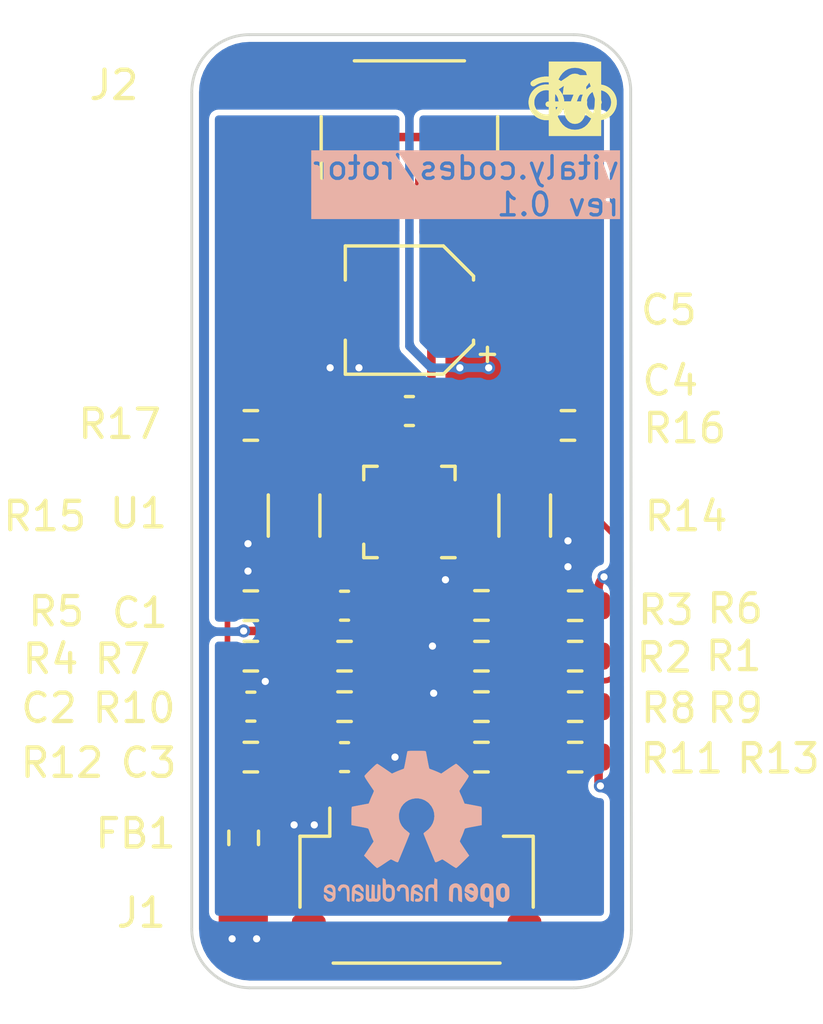
<source format=kicad_pcb>
(kicad_pcb (version 20220609) (generator pcbnew)
  (title_block (title "rotor") (date "2022-07-15") (rev "0.1") (company "vitaly.codes"))
  (layers (0 "F.Cu" signal) (31 "B.Cu" mixed) (34 "B.Paste" user) (35 "F.Paste" user) (36 "B.SilkS" user "B.Silkscreen") (37 "F.SilkS" user "F.Silkscreen") (38 "B.Mask" user) (39 "F.Mask" user) (44 "Edge.Cuts" user))
  (net 0 "")
  (net 1 "GND")
  (net 2 "VDD")
  (net 3 "Net-(U1-REF)")
  (net 4 "Net-(C3-Pad1)")
  (net 5 "Net-(J1-Pin_2)")
  (net 6 "Net-(J2-Pin_1)")
  (net 7 "Net-(J2-Pin_2)")
  (net 8 "Net-(J2-Pin_3)")
  (net 9 "Net-(J2-Pin_4)")
  (net 10 "Net-(U1-MODE2)")
  (net 11 "Net-(U1-MODE1)")
  (net 12 "Net-(U1-TOFF)")
  (net 13 "Net-(U1-SENSEA)")
  (net 14 "Net-(U1-SENSEB)")
  (net 15 "Net-(J1-Pin_5)")
  (net 16 "Net-(J1-Pin_3)")
  (net 17 "Net-(J1-Pin_4)")
  (net 18 "Net-(J1-Pin_6)")
  (net 19 "Net-(R16-Pad2)")
  (footprint "Resistor_SMD:R_0603_1608Metric" (layer "F.Cu") (at 113.284 51.816)
    (fp_text reference "R1")
    (fp_text value "DNP")
  )
  (footprint "Resistor_SMD:R_0603_1608Metric" (layer "F.Cu") (at 113.284 55.372)
    (fp_text reference "R13")
    (fp_text value "DNP")
  )
  (footprint "Resistor_SMD:R_0603_1608Metric" (layer "F.Cu") (at 113.03 43.688)
    (fp_text reference "R16")
    (fp_text value "DNP")
  )
  (footprint "Capacitor_SMD:C_0603_1608Metric" (layer "F.Cu") (at 101.854 53.594)
    (fp_text reference "C2")
    (fp_text value "1uF")
  )
  (footprint "Resistor_SMD:R_0603_1608Metric" (layer "F.Cu") (at 101.854 55.372 180)
    (fp_text reference "R12")
    (fp_text value "47KΩ")
  )
  (footprint "Resistor_SMD:R_0603_1608Metric" (layer "F.Cu") (at 109.982 55.372)
    (fp_text reference "R11")
    (fp_text value "DNP")
  )
  (footprint "Resistor_SMD:R_0603_1608Metric" (layer "F.Cu") (at 101.854 50.038)
    (fp_text reference "R5")
    (fp_text value "Rref")
  )
  (footprint "Capacitor_SMD:C_0603_1608Metric" (layer "F.Cu") (at 105.156 55.372)
    (fp_text reference "C3")
    (fp_text value "12nF")
  )
  (footprint "Package_DFN_QFN:VQFN-16-1EP_3x3mm_P0.5mm_EP1.8x1.8mm" (layer "F.Cu") (at 107.442 46.736 180)
    (fp_text reference "U1")
    (fp_text value "STSPIN220/STSPIN250")
  )
  (footprint "Resistor_SMD:R_0603_1608Metric" (layer "F.Cu") (at 109.982 50.03)
    (fp_text reference "R3")
    (fp_text value "DNP")
  )
  (footprint "Resistor_SMD:R_0603_1608Metric" (layer "F.Cu") (at 109.982 53.594)
    (fp_text reference "R8")
    (fp_text value "DNP")
  )
  (footprint "Resistor_SMD:R_1206_3216Metric" (layer "F.Cu") (at 111.506 46.863 90)
    (fp_text reference "R14")
    (fp_text value "Rsense")
  )
  (footprint "Resistor_SMD:R_0603_1608Metric" (layer "F.Cu") (at 105.156 53.594)
    (fp_text reference "R10")
    (fp_text value "1KΩ")
  )
  (footprint "Resistor_SMD:R_0603_1608Metric" (layer "F.Cu") (at 113.284 53.594)
    (fp_text reference "R9")
    (fp_text value "DNP")
  )
  (footprint "Resistor_SMD:R_0603_1608Metric" (layer "F.Cu") (at 105.156 51.816)
    (fp_text reference "R7")
    (fp_text value "10KΩ")
  )
  (footprint "Resistor_SMD:R_1206_3216Metric" (layer "F.Cu") (at 103.378 46.863 90)
    (fp_text reference "R15")
    (fp_text value "Rsense")
  )
  (footprint "Resistor_SMD:R_0603_1608Metric" (layer "F.Cu") (at 101.6 58.2168 -90)
    (fp_text reference "FB1")
    (fp_text value "FerriteBead")
  )
  (footprint "Resistor_SMD:R_0603_1608Metric" (layer "F.Cu") (at 101.854 51.816)
    (fp_text reference "R4")
    (fp_text value "Rref")
  )
  (footprint "Capacitor_SMD:C_0603_1608Metric" (layer "F.Cu") (at 105.156 50.038 180)
    (fp_text reference "C1")
    (fp_text value "1uF")
  )
  (footprint "Resistor_SMD:R_0603_1608Metric" (layer "F.Cu") (at 113.284 50.038)
    (fp_text reference "R6")
    (fp_text value "DNP")
  )
  (footprint "Connector_JST:JST_SH_SM04B-SRSS-TB_1x04-1MP_P1.00mm_Horizontal" (layer "F.Cu") (at 107.442 33.528 180)
    (fp_text reference "J2")
    (fp_text value "Motor")
  )
  (footprint "Capacitor_SMD:C_0603_1608Metric" (layer "F.Cu") (at 107.442 43.18 180)
    (fp_text reference "C4")
    (fp_text value "10uF")
  )
  (footprint "Resistor_SMD:R_0603_1608Metric" (layer "F.Cu") (at 101.854 43.688)
    (fp_text reference "R17")
    (fp_text value "DNP")
  )
  (footprint "Connector_JST:JST_SH_SM06B-SRSS-TB_1x06-1MP_P1.00mm_Horizontal" (layer "F.Cu") (at 107.696 59.944)
    (fp_text reference "J1")
    (fp_text value "INPUT")
  )
  (footprint "Capacitor_SMD:CP_Elec_4x4.5" (layer "F.Cu") (at 107.442 39.624 180)
    (fp_text reference "C5")
    (fp_text value "22uF")
  )
  (footprint "Resistor_SMD:R_0603_1608Metric" (layer "F.Cu") (at 109.982 51.816)
    (fp_text reference "R2")
    (fp_text value "DNP")
  )
  (footprint "Symbol:OSHW-Logo2_7.3x6mm_SilkScreen" (layer "B.Cu") (at 107.696 57.912 180)
    (fp_text reference "REF**" hide)
    (fp_text value "OSHW-Logo2_7.3x6mm_SilkScreen" hide)
  )
  (gr_line (start 114.599714 32.534509) (end 114.610311 32.511069) (stroke (width 0.198437)) (layer "F.SilkS"))
  (gr_line (start 112.452592 32.802152) (end 112.476622 32.792677) (stroke (width 0.198437)) (layer "F.SilkS"))
  (gr_line (start 112.522879 32.770394) (end 112.545039 32.757652) (stroke (width 0.198437)) (layer "F.SilkS"))
  (gr_line (start 111.793661 32.075683) (end 111.783064 32.099123) (stroke (width 0.198437)) (layer "F.SilkS"))
  (gr_line (start 114.374959 32.770394) (end 114.397119 32.757652) (stroke (width 0.198437)) (layer "F.SilkS"))
  (gr_line (start 111.968662 31.552945) (end 111.912529 31.578525) (stroke (width 0.198437)) (layer "F.SilkS"))
  (gr_line (start 114.496905 31.930921) (end 114.478527 31.913399) (stroke (width 0.198437)) (layer "F.SilkS"))
  (gr_line (start 111.862316 32.641693) (end 111.878948 32.660894) (stroke (width 0.198437)) (layer "F.SilkS"))
  (gr_line (start 112.500062 31.828112) (end 112.476622 31.817515) (stroke (width 0.198437)) (layer "F.SilkS"))
  (gr_line (start 112.452592 31.80804) (end 112.428004 31.79972) (stroke (width 0.198437)) (layer "F.SilkS"))
  (gr_line (start 112.14714 31.504111) (end 112.086355 31.515738) (stroke (width 0.198437)) (layer "F.SilkS"))
  (gr_line (start 112.041231 32.78208) (end 112.064671 32.792677) (stroke (width 0.198437)) (layer "F.SilkS"))
  (gr_line (start 112.208699 31.497135) (end 112.14714 31.504111) (stroke (width 0.198437)) (layer "F.SilkS"))
  (gr_line (start 111.831853 32.600956) (end 111.846606 32.621702) (stroke (width 0.198437)) (layer "F.SilkS"))
  (gr_line (start 112.336792 32.371242) (end 113.196688 32.371242) (stroke (width 0.198437)) (layer "F.SilkS"))
  (gr_line (start 113.610223 32.437341) (end 113.617354 32.462452) (stroke (width 0.198437)) (layer "F.SilkS"))
  (gr_line (start 114.122729 32.834262) (end 114.122729 32.834262) (stroke (width 0.198437)) (layer "F.SilkS"))
  (gr_line (start 113.725855 31.114471) (end 113.858146 30.982179) (stroke (width 0.198437)) (layer "F.SilkS"))
  (gr_line (start 112.514559 31.532016) (end 112.454937 31.515738) (stroke (width 0.198437)) (layer "F.SilkS"))
  (gr_line (start 114.095499 32.833574) (end 114.122729 32.834262) (stroke (width 0.198437)) (layer "F.SilkS"))
  (gr_line (start 114.14996 32.833574) (end 114.176833 32.83153) (stroke (width 0.198437)) (layer "F.SilkS"))
  (gr_line (start 113.593563 32.305096) (end 113.594251 32.332326) (stroke (width 0.198437)) (layer "F.SilkS"))
  (gr_line (start 114.610311 32.511069) (end 114.619786 32.487039) (stroke (width 0.198437)) (layer "F.SilkS"))
  (gr_line (start 114.439336 31.881057) (end 114.418589 31.866304) (stroke (width 0.198437)) (layer "F.SilkS"))
  (gr_line (start 112.476622 32.792677) (end 112.500062 32.78208) (stroke (width 0.198437)) (layer "F.SilkS"))
  (gr_line (start 112.758228 32.511069) (end 112.767703 32.487039) (stroke (width 0.198437)) (layer "F.SilkS"))
  (gr_line (start 112.164001 32.823511) (end 112.190059 32.828165) (stroke (width 0.198437)) (layer "F.SilkS"))
  (gr_line (start 114.561521 32.600956) (end 114.575286 32.579486) (stroke (width 0.198437)) (layer "F.SilkS"))
  (gr_line (start 113.893316 31.828112) (end 113.870499 31.839798) (stroke (width 0.198437)) (layer "F.SilkS"))
  (gr_line (start 113.594251 32.332326) (end 113.596295 32.359199) (stroke (width 0.198437)) (layer "F.SilkS"))
  (gr_line (start 111.878948 32.660894) (end 111.896469 32.679271) (stroke (width 0.198437)) (layer "F.SilkS"))
  (gr_line (start 111.75223 32.41174) (end 111.758139 32.437341) (stroke (width 0.198437)) (layer "F.SilkS"))
  (gr_line (start 113.617354 32.462452) (end 113.625673 32.487039) (stroke (width 0.198437)) (layer "F.SilkS"))
  (gr_line (start 112.735945 32.557326) (end 112.747631 32.534509) (stroke (width 0.198437)) (layer "F.SilkS"))
  (gr_line (start 111.862316 31.968499) (end 111.846606 31.988489) (stroke (width 0.198437)) (layer "F.SilkS"))
  (gr_line (start 114.203315 32.828165) (end 114.229374 32.823511) (stroke (width 0.198437)) (layer "F.SilkS"))
  (gr_line (start 111.773589 32.123153) (end 111.76527 32.14774) (stroke (width 0.198437)) (layer "F.SilkS"))
  (gr_line (start 113.604314 32.41174) (end 113.610223 32.437341) (stroke (width 0.198437)) (layer "F.SilkS"))
  (gr_line (start 114.352143 32.78208) (end 114.374959 32.770394) (stroke (width 0.198437)) (layer "F.SilkS"))
  (gr_line (start 113.683938 32.009236) (end 113.670173 32.030706) (stroke (width 0.198437)) (layer "F.SilkS"))
  (gr_line (start 112.324751 32.83153) (end 112.351233 32.828165) (stroke (width 0.198437)) (layer "F.SilkS"))
  (gr_line (start 114.042144 32.828165) (end 114.068626 32.83153) (stroke (width 0.198437)) (layer "F.SilkS"))
  (gr_line (start 111.846606 31.988489) (end 111.831853 32.009236) (stroke (width 0.198437)) (layer "F.SilkS"))
  (gr_line (start 114.042144 31.782027) (end 114.016085 31.78668) (stroke (width 0.198437)) (layer "F.SilkS"))
  (gr_line (start 111.896469 32.679271) (end 111.914847 32.696793) (stroke (width 0.198437)) (layer "F.SilkS"))
  (gr_line (start 112.476622 31.817515) (end 112.452592 31.80804) (stroke (width 0.198437)) (layer "F.SilkS"))
  (gr_line (start 112.324751 31.778661) (end 112.297877 31.776618) (stroke (width 0.198437)) (layer "F.SilkS"))
  (gr_line (start 112.332593 31.497135) (end 112.270646 31.494809) (stroke (width 0.198437)) (layer "F.SilkS"))
  (gr_line (start 112.216542 31.778661) (end 112.190059 31.782027) (stroke (width 0.198437)) (layer "F.SilkS"))
  (gr_line (start 114.649164 32.359199) (end 114.651208 32.332326) (stroke (width 0.198437)) (layer "F.SilkS"))
  (gr_line (start 114.531059 31.968499) (end 114.514426 31.949298) (stroke (width 0.198437)) (layer "F.SilkS"))
  (gr_line (start 113.725855 31.114471) (end 113.725855 31.114471) (stroke (width 0.198437)) (layer "F.SilkS"))
  (gr_line (start 113.32898 32.040513) (end 113.792 31.4452) (stroke (width 0.198437)) (layer "F.SilkS"))
  (gr_line (start 112.270646 32.834262) (end 112.270646 32.834262) (stroke (width 0.198437)) (layer "F.SilkS"))
  (gr_line (start 112.626446 32.696793) (end 112.644824 32.679271) (stroke (width 0.198437)) (layer "F.SilkS"))
  (gr_line (start 112.70944 32.009236) (end 112.694686 31.988489) (stroke (width 0.198437)) (layer "F.SilkS"))
  (gr_line (start 113.84834 31.85254) (end 113.82687 31.866304) (stroke (width 0.198437)) (layer "F.SilkS"))
  (gr_line (start 113.130542 31.4452) (end 113.130542 31.4452) (stroke (width 0.198437)) (layer "F.SilkS"))
  (gr_line (start 112.428004 31.79972) (end 112.402893 31.792589) (stroke (width 0.198437)) (layer "F.SilkS"))
  (gr_line (start 114.645799 32.22451) (end 114.641145 32.198452) (stroke (width 0.198437)) (layer "F.SilkS"))
  (gr_line (start 114.352143 31.828112) (end 114.328703 31.817515) (stroke (width 0.198437)) (layer "F.SilkS"))
  (gr_line (start 112.138399 31.792589) (end 112.113288 31.79972) (stroke (width 0.198437)) (layer "F.SilkS"))
  (gr_line (start 113.593563 32.305096) (end 113.593563 32.305096) (stroke (width 0.198437)) (layer "F.SilkS"))
  (gr_line (start 114.496905 32.679271) (end 114.514426 32.660894) (stroke (width 0.198437)) (layer "F.SilkS"))
  (gr_line (start 114.122729 31.775929) (end 114.122729 31.775929) (stroke (width 0.198437)) (layer "F.SilkS"))
  (gr_line (start 114.328703 32.792677) (end 114.352143 32.78208) (stroke (width 0.198437)) (layer "F.SilkS"))
  (gr_line (start 114.641145 32.198452) (end 114.635236 32.172851) (stroke (width 0.198437)) (layer "F.SilkS"))
  (gr_line (start 112.767703 32.487039) (end 112.776023 32.462452) (stroke (width 0.198437)) (layer "F.SilkS"))
  (gr_line (start 112.799813 32.305096) (end 112.799813 32.305096) (stroke (width 0.198437)) (layer "F.SilkS"))
  (gr_line (start 111.793661 32.534509) (end 111.805347 32.557326) (stroke (width 0.198437)) (layer "F.SilkS"))
  (gr_line (start 112.190059 31.782027) (end 112.164001 31.78668) (stroke (width 0.198437)) (layer "F.SilkS"))
  (gr_line (start 112.678977 31.968499) (end 112.662345 31.949298) (stroke (width 0.198437)) (layer "F.SilkS"))
  (gr_line (start 112.70944 32.600956) (end 112.723204 32.579486) (stroke (width 0.198437)) (layer "F.SilkS"))
  (gr_line (start 112.041231 31.828112) (end 112.018414 31.839798) (stroke (width 0.198437)) (layer "F.SilkS"))
  (gr_line (start 114.229374 31.78668) (end 114.203315 31.782027) (stroke (width 0.198437)) (layer "F.SilkS"))
  (gr_line (start 114.514426 32.660894) (end 114.531059 32.641693) (stroke (width 0.198437)) (layer "F.SilkS"))
  (gr_line (start 114.575286 32.030706) (end 114.561521 32.009236) (stroke (width 0.198437)) (layer "F.SilkS"))
  (gr_line (start 112.767703 32.123153) (end 112.758228 32.099123) (stroke (width 0.198437)) (layer "F.SilkS"))
  (gr_line (start 112.758228 32.099123) (end 112.747631 32.075683) (stroke (width 0.198437)) (layer "F.SilkS"))
  (gr_line (start 113.806123 32.729134) (end 113.82687 32.743888) (stroke (width 0.198437)) (layer "F.SilkS"))
  (gr_line (start 113.670173 32.030706) (end 113.657431 32.052866) (stroke (width 0.198437)) (layer "F.SilkS"))
  (gr_line (start 114.478527 31.913399) (end 114.459327 31.896767) (stroke (width 0.198437)) (layer "F.SilkS"))
  (gr_line (start 112.607245 31.896767) (end 112.587255 31.881057) (stroke (width 0.198437)) (layer "F.SilkS"))
  (gr_line (start 112.297877 32.833574) (end 112.324751 32.83153) (stroke (width 0.198437)) (layer "F.SilkS"))
  (gr_line (start 113.893316 32.78208) (end 113.916756 32.792677) (stroke (width 0.198437)) (layer "F.SilkS"))
  (gr_line (start 111.74148 32.305096) (end 111.742168 32.332326) (stroke (width 0.198437)) (layer "F.SilkS"))
  (gr_line (start 112.018414 31.839798) (end 111.996254 31.85254) (stroke (width 0.198437)) (layer "F.SilkS"))
  (gr_line (start 113.82687 32.743888) (end 113.84834 32.757652) (stroke (width 0.198437)) (layer "F.SilkS"))
  (gr_line (start 111.747577 32.385682) (end 111.75223 32.41174) (stroke (width 0.198437)) (layer "F.SilkS"))
  (gr_line (start 113.731033 32.660894) (end 113.748554 32.679271) (stroke (width 0.198437)) (layer "F.SilkS"))
  (gr_line (start 112.57263 31.552945) (end 112.514559 31.532016) (stroke (width 0.198437)) (layer "F.SilkS"))
  (gr_line (start 112.394153 31.504111) (end 112.332593 31.497135) (stroke (width 0.198437)) (layer "F.SilkS"))
  (gr_line (start 114.651896 32.305096) (end 114.651208 32.277865) (stroke (width 0.198437)) (layer "F.SilkS"))
  (gr_line (start 112.113288 31.79972) (end 112.088701 31.80804) (stroke (width 0.198437)) (layer "F.SilkS"))
  (gr_line (start 114.122729 31.775929) (end 114.095499 31.776618) (stroke (width 0.198437)) (layer "F.SilkS"))
  (gr_line (start 112.694686 32.621702) (end 112.70944 32.600956) (stroke (width 0.198437)) (layer "F.SilkS"))
  (gr_line (start 113.748554 31.930921) (end 113.731033 31.949298) (stroke (width 0.198437)) (layer "F.SilkS"))
  (gr_line (start 112.522879 31.839798) (end 112.500062 31.828112) (stroke (width 0.198437)) (layer "F.SilkS"))
  (gr_line (start 113.645745 32.075683) (end 113.635148 32.099123) (stroke (width 0.198437)) (layer "F.SilkS"))
  (gr_line (start 114.280086 31.79972) (end 114.254975 31.792589) (stroke (width 0.198437)) (layer "F.SilkS"))
  (gr_line (start 113.786132 31.896767) (end 113.766932 31.913399) (stroke (width 0.198437)) (layer "F.SilkS"))
  (gr_line (start 113.870499 31.839798) (end 113.84834 31.85254) (stroke (width 0.198437)) (layer "F.SilkS"))
  (gr_line (start 112.799813 32.305096) (end 112.799124 32.277865) (stroke (width 0.198437)) (layer "F.SilkS"))
  (gr_line (start 113.806123 31.881057) (end 113.786132 31.896767) (stroke (width 0.198437)) (layer "F.SilkS"))
  (gr_line (start 114.478527 32.696793) (end 114.496905 32.679271) (stroke (width 0.198437)) (layer "F.SilkS"))
  (gr_line (start 113.84834 32.757652) (end 113.870499 32.770394) (stroke (width 0.198437)) (layer "F.SilkS"))
  (gr_line (start 112.735945 32.052866) (end 112.723204 32.030706) (stroke (width 0.198437)) (layer "F.SilkS"))
  (gr_line (start 112.747631 32.075683) (end 112.735945 32.052866) (stroke (width 0.198437)) (layer "F.SilkS"))
  (gr_line (start 113.32898 32.040513) (end 113.32898 32.040513) (stroke (width 0.198437)) (layer "F.SilkS"))
  (gr_line (start 111.954037 31.881057) (end 111.934047 31.896767) (stroke (width 0.198437)) (layer "F.SilkS"))
  (gr_line (start 113.916756 32.792677) (end 113.940786 32.802152) (stroke (width 0.198437)) (layer "F.SilkS"))
  (gr_line (start 114.459327 32.713425) (end 114.478527 32.696793) (stroke (width 0.198437)) (layer "F.SilkS"))
  (gr_line (start 114.651208 32.332326) (end 114.651896 32.305096) (stroke (width 0.198437)) (layer "F.SilkS"))
  (gr_line (start 112.064671 32.792677) (end 112.088701 32.802152) (stroke (width 0.198437)) (layer "F.SilkS"))
  (gr_line (start 114.546768 32.621702) (end 114.561521 32.600956) (stroke (width 0.198437)) (layer "F.SilkS"))
  (gr_line (start 111.831853 32.009236) (end 111.818089 32.030706) (stroke (width 0.198437)) (layer "F.SilkS"))
  (gr_line (start 112.607245 32.713425) (end 112.626446 32.696793) (stroke (width 0.198437)) (layer "F.SilkS"))
  (gr_line (start 114.304673 32.802152) (end 114.328703 32.792677) (stroke (width 0.198437)) (layer "F.SilkS"))
  (gr_line (start 111.914847 32.696793) (end 111.934047 32.713425) (stroke (width 0.198437)) (layer "F.SilkS"))
  (gr_line (start 111.996254 31.85254) (end 111.974784 31.866304) (stroke (width 0.198437)) (layer "F.SilkS"))
  (gr_line (start 113.196688 32.371242) (end 113.32898 32.040513) (stroke (width 0.198437)) (layer "F.SilkS"))
  (gr_line (start 111.914847 31.913399) (end 111.896469 31.930921) (stroke (width 0.198437)) (layer "F.SilkS"))
  (gr_line (start 113.766932 32.696793) (end 113.786132 32.713425) (stroke (width 0.198437)) (layer "F.SilkS"))
  (gr_line (start 113.130542 31.4452) (end 112.53523 31.842075) (stroke (width 0.198437)) (layer "F.SilkS"))
  (gr_line (start 112.164001 31.78668) (end 112.138399 31.792589) (stroke (width 0.198437)) (layer "F.SilkS"))
  (gr_line (start 114.546768 31.988489) (end 114.531059 31.968499) (stroke (width 0.198437)) (layer "F.SilkS"))
  (gr_line (start 112.351233 31.782027) (end 112.324751 31.778661) (stroke (width 0.198437)) (layer "F.SilkS"))
  (gr_line (start 112.088701 32.802152) (end 112.113288 32.810472) (stroke (width 0.198437)) (layer "F.SilkS"))
  (gr_line (start 113.635148 32.099123) (end 113.625673 32.123153) (stroke (width 0.198437)) (layer "F.SilkS"))
  (gr_line (start 111.742168 32.332326) (end 111.744212 32.359199) (stroke (width 0.198437)) (layer "F.SilkS"))
  (gr_line (start 112.644824 31.930921) (end 112.626446 31.913399) (stroke (width 0.198437)) (layer "F.SilkS"))
  (gr_line (start 112.270646 31.775929) (end 112.270646 31.775929) (stroke (width 0.198437)) (layer "F.SilkS"))
  (gr_line (start 112.587255 32.729134) (end 112.607245 32.713425) (stroke (width 0.198437)) (layer "F.SilkS"))
  (gr_line (start 113.657431 32.557326) (end 113.670173 32.579486) (stroke (width 0.198437)) (layer "F.SilkS"))
  (gr_line (start 114.095499 31.776618) (end 114.068626 31.778661) (stroke (width 0.198437)) (layer "F.SilkS"))
  (gr_line (start 113.596295 32.359199) (end 113.59966 32.385682) (stroke (width 0.198437)) (layer "F.SilkS"))
  (gr_line (start 114.176833 32.83153) (end 114.203315 32.828165) (stroke (width 0.198437)) (layer "F.SilkS"))
  (gr_line (start 112.662345 32.660894) (end 112.678977 32.641693) (stroke (width 0.198437)) (layer "F.SilkS"))
  (gr_line (start 113.965373 32.810472) (end 113.990484 32.817603) (stroke (width 0.198437)) (layer "F.SilkS"))
  (gr_line (start 112.454937 31.515738) (end 112.394153 31.504111) (stroke (width 0.198437)) (layer "F.SilkS"))
  (gr_line (start 114.254975 31.792589) (end 114.229374 31.78668) (stroke (width 0.198437)) (layer "F.SilkS"))
  (gr_line (start 111.75223 32.198452) (end 111.747577 32.22451) (stroke (width 0.198437)) (layer "F.SilkS"))
  (gr_line (start 114.397119 31.85254) (end 114.374959 31.839798) (stroke (width 0.198437)) (layer "F.SilkS"))
  (gr_line (start 114.645799 32.385682) (end 114.649164 32.359199) (stroke (width 0.198437)) (layer "F.SilkS"))
  (gr_line (start 113.940786 32.802152) (end 113.965373 32.810472) (stroke (width 0.198437)) (layer "F.SilkS"))
  (gr_line (start 112.270646 31.494809) (end 112.208699 31.497135) (stroke (width 0.198437)) (layer "F.SilkS"))
  (gr_line (start 113.657431 32.052866) (end 113.645745 32.075683) (stroke (width 0.198437)) (layer "F.SilkS"))
  (gr_line (start 112.723204 32.579486) (end 112.735945 32.557326) (stroke (width 0.198437)) (layer "F.SilkS"))
  (gr_line (start 113.870499 32.770394) (end 113.893316 32.78208) (stroke (width 0.198437)) (layer "F.SilkS"))
  (gr_line (start 113.594251 32.277865) (end 113.593563 32.305096) (stroke (width 0.198437)) (layer "F.SilkS"))
  (gr_line (start 111.76527 32.462452) (end 111.773589 32.487039) (stroke (width 0.198437)) (layer "F.SilkS"))
  (gr_line (start 111.846606 32.621702) (end 111.862316 32.641693) (stroke (width 0.198437)) (layer "F.SilkS"))
  (gr_line (start 112.026734 31.532016) (end 111.968662 31.552945) (stroke (width 0.198437)) (layer "F.SilkS"))
  (gr_line (start 114.122729 32.834262) (end 114.122729 32.834262) (stroke (width 0.198437)) (layer "F.SilkS"))
  (gr_line (start 114.439336 32.729134) (end 114.459327 32.713425) (stroke (width 0.198437)) (layer "F.SilkS"))
  (gr_line (start 113.59966 32.22451) (end 113.596295 32.250993) (stroke (width 0.198437)) (layer "F.SilkS"))
  (gr_line (start 114.328703 31.817515) (end 114.304673 31.80804) (stroke (width 0.198437)) (layer "F.SilkS"))
  (gr_line (start 112.402893 32.817603) (end 112.428004 32.810472) (stroke (width 0.198437)) (layer "F.SilkS"))
  (gr_line (start 111.758139 32.437341) (end 111.76527 32.462452) (stroke (width 0.198437)) (layer "F.SilkS"))
  (gr_line (start 114.397119 32.757652) (end 114.418589 32.743888) (stroke (width 0.198437)) (layer "F.SilkS"))
  (gr_line (start 114.619786 32.487039) (end 114.628105 32.462452) (stroke (width 0.198437)) (layer "F.SilkS"))
  (gr_line (start 114.575286 32.579486) (end 114.588028 32.557326) (stroke (width 0.198437)) (layer "F.SilkS"))
  (gr_line (start 114.122729 32.834262) (end 114.14996 32.833574) (stroke (width 0.198437)) (layer "F.SilkS"))
  (gr_line (start 112.776023 32.462452) (end 112.783153 32.437341) (stroke (width 0.198437)) (layer "F.SilkS"))
  (gr_line (start 112.682572 31.608756) (end 112.628764 31.578525) (stroke (width 0.198437)) (layer "F.SilkS"))
  (gr_line (start 113.698691 31.988489) (end 113.683938 32.009236) (stroke (width 0.198437)) (layer "F.SilkS"))
  (gr_line (start 112.783153 32.172851) (end 112.776023 32.14774) (stroke (width 0.198437)) (layer "F.SilkS"))
  (gr_line (start 112.723204 32.030706) (end 112.70944 32.009236) (stroke (width 0.198437)) (layer "F.SilkS"))
  (gr_line (start 112.088701 31.80804) (end 112.064671 31.817515) (stroke (width 0.198437)) (layer "F.SilkS"))
  (gr_line (start 114.14996 31.776618) (end 114.122729 31.775929) (stroke (width 0.198437)) (layer "F.SilkS"))
  (gr_line (start 113.766932 31.913399) (end 113.748554 31.930921) (stroke (width 0.198437)) (layer "F.SilkS"))
  (gr_line (start 112.428004 32.810472) (end 112.452592 32.802152) (stroke (width 0.198437)) (layer "F.SilkS"))
  (gr_line (start 113.748554 32.679271) (end 113.766932 32.696793) (stroke (width 0.198437)) (layer "F.SilkS"))
  (gr_line (start 111.858721 31.608756) (end 111.83281 31.625615) (stroke (width 0.198437)) (layer "F.SilkS"))
  (gr_line (start 112.138399 32.817603) (end 112.164001 32.823511) (stroke (width 0.198437)) (layer "F.SilkS"))
  (gr_line (start 112.694686 31.988489) (end 112.678977 31.968499) (stroke (width 0.198437)) (layer "F.SilkS"))
  (gr_line (start 112.270646 31.775929) (end 112.243415 31.776618) (stroke (width 0.198437)) (layer "F.SilkS"))
  (gr_line (start 113.965373 31.79972) (end 113.940786 31.80804) (stroke (width 0.198437)) (layer "F.SilkS"))
  (gr_line (start 113.635148 32.511069) (end 113.645745 32.534509) (stroke (width 0.198437)) (layer "F.SilkS"))
  (gr_line (start 114.619786 32.123153) (end 114.610311 32.099123) (stroke (width 0.198437)) (layer "F.SilkS"))
  (gr_line (start 114.635236 32.437341) (end 114.641145 32.41174) (stroke (width 0.198437)) (layer "F.SilkS"))
  (gr_line (start 112.799124 32.277865) (end 112.797081 32.250993) (stroke (width 0.198437)) (layer "F.SilkS"))
  (gr_line (start 111.758139 32.172851) (end 111.75223 32.198452) (stroke (width 0.198437)) (layer "F.SilkS"))
  (gr_line (start 112.628764 31.578525) (end 112.57263 31.552945) (stroke (width 0.198437)) (layer "F.SilkS"))
  (gr_line (start 111.742168 32.277865) (end 111.74148 32.305096) (stroke (width 0.198437)) (layer "F.SilkS"))
  (gr_line (start 114.588028 32.557326) (end 114.599714 32.534509) (stroke (width 0.198437)) (layer "F.SilkS"))
  (gr_line (start 113.604314 32.198452) (end 113.59966 32.22451) (stroke (width 0.198437)) (layer "F.SilkS"))
  (gr_line (start 113.731033 31.949298) (end 113.7144 31.968499) (stroke (width 0.198437)) (layer "F.SilkS"))
  (gr_line (start 112.797081 32.250993) (end 112.793716 32.22451) (stroke (width 0.198437)) (layer "F.SilkS"))
  (gr_line (start 112.545039 32.757652) (end 112.566508 32.743888) (stroke (width 0.198437)) (layer "F.SilkS"))
  (gr_line (start 114.599714 32.075683) (end 114.588028 32.052866) (stroke (width 0.198437)) (layer "F.SilkS"))
  (gr_line (start 112.678977 32.641693) (end 112.694686 32.621702) (stroke (width 0.198437)) (layer "F.SilkS"))
  (gr_line (start 114.280086 32.810472) (end 114.304673 32.802152) (stroke (width 0.198437)) (layer "F.SilkS"))
  (gr_line (start 111.912529 31.578525) (end 111.858721 31.608756) (stroke (width 0.198437)) (layer "F.SilkS"))
  (gr_line (start 113.7144 31.968499) (end 113.698691 31.988489) (stroke (width 0.198437)) (layer "F.SilkS"))
  (gr_line (start 111.773589 32.487039) (end 111.783064 32.511069) (stroke (width 0.198437)) (layer "F.SilkS"))
  (gr_line (start 112.086355 31.515738) (end 112.026734 31.532016) (stroke (width 0.198437)) (layer "F.SilkS"))
  (gr_line (start 112.270646 32.834262) (end 112.297877 32.833574) (stroke (width 0.198437)) (layer "F.SilkS"))
  (gr_line (start 114.254975 32.817603) (end 114.280086 32.810472) (stroke (width 0.198437)) (layer "F.SilkS"))
  (gr_line (start 112.566508 32.743888) (end 112.587255 32.729134) (stroke (width 0.198437)) (layer "F.SilkS"))
  (gr_line (start 113.196688 32.371242) (end 113.196688 32.371242) (stroke (width 0.198437)) (layer "F.SilkS"))
  (gr_line (start 112.243415 32.833574) (end 112.270646 32.834262) (stroke (width 0.198437)) (layer "F.SilkS"))
  (gr_line (start 112.243415 31.776618) (end 112.216542 31.778661) (stroke (width 0.198437)) (layer "F.SilkS"))
  (gr_line (start 113.82687 31.866304) (end 113.806123 31.881057) (stroke (width 0.198437)) (layer "F.SilkS"))
  (gr_line (start 111.744212 32.250993) (end 111.742168 32.277865) (stroke (width 0.198437)) (layer "F.SilkS"))
  (gr_line (start 112.793716 32.22451) (end 112.789062 32.198452) (stroke (width 0.198437)) (layer "F.SilkS"))
  (gr_line (start 114.610311 32.099123) (end 114.599714 32.075683) (stroke (width 0.198437)) (layer "F.SilkS"))
  (gr_line (start 112.789062 32.41174) (end 112.793716 32.385682) (stroke (width 0.198437)) (layer "F.SilkS"))
  (gr_line (start 114.531059 32.641693) (end 114.546768 32.621702) (stroke (width 0.198437)) (layer "F.SilkS"))
  (gr_line (start 111.805347 32.557326) (end 111.818089 32.579486) (stroke (width 0.198437)) (layer "F.SilkS"))
  (gr_line (start 112.018414 32.770394) (end 112.041231 32.78208) (stroke (width 0.198437)) (layer "F.SilkS"))
  (gr_line (start 112.270646 32.834262) (end 112.270646 32.834262) (stroke (width 0.198437)) (layer "F.SilkS"))
  (gr_line (start 111.996254 32.757652) (end 112.018414 32.770394) (stroke (width 0.198437)) (layer "F.SilkS"))
  (gr_line (start 112.626446 31.913399) (end 112.607245 31.896767) (stroke (width 0.198437)) (layer "F.SilkS"))
  (gr_line (start 112.377292 31.78668) (end 112.351233 31.782027) (stroke (width 0.198437)) (layer "F.SilkS"))
  (gr_line (start 114.374959 31.839798) (end 114.352143 31.828112) (stroke (width 0.198437)) (layer "F.SilkS"))
  (gr_line (start 114.561521 32.009236) (end 114.546768 31.988489) (stroke (width 0.198437)) (layer "F.SilkS"))
  (gr_line (start 113.683938 32.600956) (end 113.698691 32.621702) (stroke (width 0.198437)) (layer "F.SilkS"))
  (gr_line (start 112.789062 32.198452) (end 112.783153 32.172851) (stroke (width 0.198437)) (layer "F.SilkS"))
  (gr_line (start 112.747631 32.534509) (end 112.758228 32.511069) (stroke (width 0.198437)) (layer "F.SilkS"))
  (gr_line (start 111.805347 32.052866) (end 111.793661 32.075683) (stroke (width 0.198437)) (layer "F.SilkS"))
  (gr_line (start 114.418589 32.743888) (end 114.439336 32.729134) (stroke (width 0.198437)) (layer "F.SilkS"))
  (gr_line (start 112.662345 31.949298) (end 112.644824 31.930921) (stroke (width 0.198437)) (layer "F.SilkS"))
  (gr_line (start 112.402893 31.792589) (end 112.377292 31.78668) (stroke (width 0.198437)) (layer "F.SilkS"))
  (gr_line (start 112.797081 32.359199) (end 112.799124 32.332326) (stroke (width 0.198437)) (layer "F.SilkS"))
  (gr_line (start 111.934047 31.896767) (end 111.914847 31.913399) (stroke (width 0.198437)) (layer "F.SilkS"))
  (gr_line (start 114.068626 31.778661) (end 114.042144 31.782027) (stroke (width 0.198437)) (layer "F.SilkS"))
  (gr_line (start 111.747577 32.22451) (end 111.744212 32.250993) (stroke (width 0.198437)) (layer "F.SilkS"))
  (gr_line (start 113.698691 32.621702) (end 113.7144 32.641693) (stroke (width 0.198437)) (layer "F.SilkS"))
  (gr_line (start 112.793716 32.385682) (end 112.797081 32.359199) (stroke (width 0.198437)) (layer "F.SilkS"))
  (gr_line (start 113.625673 32.123153) (end 113.617354 32.14774) (stroke (width 0.198437)) (layer "F.SilkS"))
  (gr_line (start 114.176833 31.778661) (end 114.14996 31.776618) (stroke (width 0.198437)) (layer "F.SilkS"))
  (gr_line (start 114.122729 32.305096) (end 113.725855 31.114471) (stroke (width 0.198437)) (layer "F.SilkS"))
  (gr_line (start 111.974784 32.743888) (end 111.996254 32.757652) (stroke (width 0.198437)) (layer "F.SilkS"))
  (gr_line (start 114.628105 32.462452) (end 114.635236 32.437341) (stroke (width 0.198437)) (layer "F.SilkS"))
  (gr_line (start 114.651896 32.305096) (end 114.651896 32.305096) (stroke (width 0.198437)) (layer "F.SilkS"))
  (gr_line (start 112.566508 31.866304) (end 112.545039 31.85254) (stroke (width 0.198437)) (layer "F.SilkS"))
  (gr_line (start 114.229374 32.823511) (end 114.254975 32.817603) (stroke (width 0.198437)) (layer "F.SilkS"))
  (gr_line (start 112.733667 31.643638) (end 112.708483 31.625615) (stroke (width 0.198437)) (layer "F.SilkS"))
  (gr_line (start 112.783153 32.437341) (end 112.789062 32.41174) (stroke (width 0.198437)) (layer "F.SilkS"))
  (gr_line (start 113.617354 32.14774) (end 113.610223 32.172851) (stroke (width 0.198437)) (layer "F.SilkS"))
  (gr_line (start 114.649164 32.250993) (end 114.645799 32.22451) (stroke (width 0.198437)) (layer "F.SilkS"))
  (gr_line (start 113.596295 32.250993) (end 113.594251 32.277865) (stroke (width 0.198437)) (layer "F.SilkS"))
  (gr_line (start 114.304673 31.80804) (end 114.280086 31.79972) (stroke (width 0.198437)) (layer "F.SilkS"))
  (gr_line (start 113.59966 32.385682) (end 113.604314 32.41174) (stroke (width 0.198437)) (layer "F.SilkS"))
  (gr_line (start 111.878948 31.949298) (end 111.862316 31.968499) (stroke (width 0.198437)) (layer "F.SilkS"))
  (gr_line (start 114.635236 32.172851) (end 114.628105 32.14774) (stroke (width 0.198437)) (layer "F.SilkS"))
  (gr_line (start 114.459327 31.896767) (end 114.439336 31.881057) (stroke (width 0.198437)) (layer "F.SilkS"))
  (gr_line (start 114.628105 32.14774) (end 114.619786 32.123153) (stroke (width 0.198437)) (layer "F.SilkS"))
  (gr_line (start 112.113288 32.810472) (end 112.138399 32.817603) (stroke (width 0.198437)) (layer "F.SilkS"))
  (gr_line (start 114.651208 32.277865) (end 114.649164 32.250993) (stroke (width 0.198437)) (layer "F.SilkS"))
  (gr_line (start 112.297877 31.776618) (end 112.270646 31.775929) (stroke (width 0.198437)) (layer "F.SilkS"))
  (gr_line (start 111.744212 32.359199) (end 111.747577 32.385682) (stroke (width 0.198437)) (layer "F.SilkS"))
  (gr_line (start 113.7144 32.641693) (end 113.731033 32.660894) (stroke (width 0.198437)) (layer "F.SilkS"))
  (gr_line (start 113.940786 31.80804) (end 113.916756 31.817515) (stroke (width 0.198437)) (layer "F.SilkS"))
  (gr_line (start 111.818089 32.579486) (end 111.831853 32.600956) (stroke (width 0.198437)) (layer "F.SilkS"))
  (gr_line (start 112.377292 32.823511) (end 112.402893 32.817603) (stroke (width 0.198437)) (layer "F.SilkS"))
  (gr_line (start 112.799124 32.332326) (end 112.799813 32.305096) (stroke (width 0.198437)) (layer "F.SilkS"))
  (gr_line (start 112.064671 31.817515) (end 112.041231 31.828112) (stroke (width 0.198437)) (layer "F.SilkS"))
  (gr_line (start 114.418589 31.866304) (end 114.397119 31.85254) (stroke (width 0.198437)) (layer "F.SilkS"))
  (gr_line (start 112.545039 31.85254) (end 112.522879 31.839798) (stroke (width 0.198437)) (layer "F.SilkS"))
  (gr_line (start 113.786132 32.713425) (end 113.806123 32.729134) (stroke (width 0.198437)) (layer "F.SilkS"))
  (gr_line (start 111.896469 31.930921) (end 111.878948 31.949298) (stroke (width 0.198437)) (layer "F.SilkS"))
  (gr_line (start 113.670173 32.579486) (end 113.683938 32.600956) (stroke (width 0.198437)) (layer "F.SilkS"))
  (gr_line (start 113.990484 31.792589) (end 113.965373 31.79972) (stroke (width 0.198437)) (layer "F.SilkS"))
  (gr_line (start 111.83281 31.625615) (end 111.807625 31.643638) (stroke (width 0.198437)) (layer "F.SilkS"))
  (gr_line (start 111.76527 32.14774) (end 111.758139 32.172851) (stroke (width 0.198437)) (layer "F.SilkS"))
  (gr_line (start 114.514426 31.949298) (end 114.496905 31.930921) (stroke (width 0.198437)) (layer "F.SilkS"))
  (gr_line (start 113.725855 31.4452) (end 113.130542 31.4452) (stroke (width 0.198437)) (layer "F.SilkS"))
  (gr_line (start 113.625673 32.487039) (end 113.635148 32.511069) (stroke (width 0.198437)) (layer "F.SilkS"))
  (gr_line (start 112.351233 32.828165) (end 112.377292 32.823511) (stroke (width 0.198437)) (layer "F.SilkS"))
  (gr_line (start 114.068626 32.83153) (end 114.095499 32.833574) (stroke (width 0.198437)) (layer "F.SilkS"))
  (gr_line (start 112.776023 32.14774) (end 112.767703 32.123153) (stroke (width 0.198437)) (layer "F.SilkS"))
  (gr_line (start 111.74148 32.305096) (end 111.74148 32.305096) (stroke (width 0.198437)) (layer "F.SilkS"))
  (gr_line (start 112.708483 31.625615) (end 112.682572 31.608756) (stroke (width 0.198437)) (layer "F.SilkS"))
  (gr_line (start 114.016085 32.823511) (end 114.042144 32.828165) (stroke (width 0.198437)) (layer "F.SilkS"))
  (gr_line (start 113.916756 31.817515) (end 113.893316 31.828112) (stroke (width 0.198437)) (layer "F.SilkS"))
  (gr_line (start 113.645745 32.534509) (end 113.657431 32.557326) (stroke (width 0.198437)) (layer "F.SilkS"))
  (gr_line (start 111.954037 32.729134) (end 111.974784 32.743888) (stroke (width 0.198437)) (layer "F.SilkS"))
  (gr_line (start 111.974784 31.866304) (end 111.954037 31.881057) (stroke (width 0.198437)) (layer "F.SilkS"))
  (gr_line (start 112.190059 32.828165) (end 112.216542 32.83153) (stroke (width 0.198437)) (layer "F.SilkS"))
  (gr_line (start 114.588028 32.052866) (end 114.575286 32.030706) (stroke (width 0.198437)) (layer "F.SilkS"))
  (gr_line (start 112.644824 32.679271) (end 112.662345 32.660894) (stroke (width 0.198437)) (layer "F.SilkS"))
  (gr_line (start 114.641145 32.41174) (end 114.645799 32.385682) (stroke (width 0.198437)) (layer "F.SilkS"))
  (gr_line (start 114.203315 31.782027) (end 114.176833 31.778661) (stroke (width 0.198437)) (layer "F.SilkS"))
  (gr_line (start 111.783064 32.511069) (end 111.793661 32.534509) (stroke (width 0.198437)) (layer "F.SilkS"))
  (gr_line (start 113.610223 32.172851) (end 113.604314 32.198452) (stroke (width 0.198437)) (layer "F.SilkS"))
  (gr_line (start 111.818089 32.030706) (end 111.805347 32.052866) (stroke (width 0.198437)) (layer "F.SilkS"))
  (gr_line (start 114.016085 31.78668) (end 113.990484 31.792589) (stroke (width 0.198437)) (layer "F.SilkS"))
  (gr_line (start 113.990484 32.817603) (end 114.016085 32.823511) (stroke (width 0.198437)) (layer "F.SilkS"))
  (gr_line (start 111.783064 32.099123) (end 111.773589 32.123153) (stroke (width 0.198437)) (layer "F.SilkS"))
  (gr_line (start 112.587255 31.881057) (end 112.566508 31.866304) (stroke (width 0.198437)) (layer "F.SilkS"))
  (gr_line (start 111.934047 32.713425) (end 111.954037 32.729134) (stroke (width 0.198437)) (layer "F.SilkS"))
  (gr_line (start 112.216542 32.83153) (end 112.243415 32.833574) (stroke (width 0.198437)) (layer "F.SilkS"))
  (gr_line (start 112.500062 32.78208) (end 112.522879 32.770394) (stroke (width 0.198437)) (layer "F.SilkS"))
  (gr_line (start 101.8032 63.5) (end 113.2332 63.5) (stroke (width 0.1)) (layer "Edge.Cuts"))
  (gr_arc (start 99.7712 31.9532) (mid 100.366359 30.516359) (end 101.8032 29.9212) (stroke (width 0.1)) (layer "Edge.Cuts"))
  (gr_line (start 99.7712 61.4172) (end 99.7712 31.9532) (stroke (width 0.1)) (layer "Edge.Cuts"))
  (gr_arc (start 113.2332 29.9212) (mid 114.621213 30.47699) (end 115.242036 31.837159) (stroke (width 0.1)) (layer "Edge.Cuts"))
  (gr_line (start 115.2652 61.468) (end 115.242036 31.837159) (stroke (width 0.1)) (layer "Edge.Cuts"))
  (gr_arc (start 115.2652 61.468) (mid 114.670041 62.904841) (end 113.2332 63.5) (stroke (width 0.1)) (layer "Edge.Cuts"))
  (gr_line (start 101.8032 29.9212) (end 113.2332 29.9212) (stroke (width 0.1)) (layer "Edge.Cuts"))
  (gr_arc (start 101.8032 63.5) (mid 100.363661 62.871808) (end 99.7712 61.4172) (stroke (width 0.1)) (layer "Edge.Cuts"))
  (gr_text "vitaly.codes/rotor\nrev 0.1" (at 114.9096 36.3728) (layer "B.SilkS" knockout) (effects (font (size 0.8 0.8) (thickness 0.12)) (justify left bottom mirror)))
  (gr_text "θ" (at 112.4204 33.5788) (layer "F.SilkS" knockout) (effects (font (size 2 2) (thickness 0.12)) (justify left bottom)))
  (segment (start 109.157 50.03) (end 109.157 49.775707) (width 0.3) (layer "F.Cu") (net 1))
  (segment (start 108.976817 53.594) (end 109.157 53.594) (width 0.3) (layer "F.Cu") (net 1))
  (segment (start 104.3432 50.0002) (end 104.381 50.038) (width 0.3) (layer "F.Cu") (net 1))
  (segment (start 104.3432 49.8856) (end 104.3432 50.0002) (width 0.3) (layer "F.Cu") (net 1))
  (segment (start 107.045553 43.558553) (end 106.667 43.18) (width 0.3) (layer "F.Cu") (net 1))
  (segment (start 105.931 55.372) (end 106.934 55.372) (width 0.3) (layer "F.Cu") (net 1))
  (segment (start 109.157 51.816) (end 108.817507 51.816) (width 0.3) (layer "F.Cu") (net 1))
  (segment (start 109.010553 49.422153) (end 108.712 49.1236) (width 0.3) (layer "F.Cu") (net 1))
  (segment (start 109.157 55.372) (end 109.157 53.594) (width 0.3) (layer "F.Cu") (net 1))
  (segment (start 108.296822 53.121112) (end 108.623264 53.447554) (width 0.3) (layer "F.Cu") (net 1))
  (segment (start 107.192 45.2485) (end 107.192 43.912107) (width 0.3) (layer "F.Cu") (net 1))
  (segment (start 102.629 53.594) (end 102.629 53.772) (width 0.3) (layer "F.Cu") (net 1))
  (segment (start 102.679 49.547107) (end 102.679 50.038) (width 0.3) (layer "F.Cu") (net 1))
  (segment (start 101.029 55.372) (end 101.029 55.689) (width 0.3) (layer "F.Cu") (net 1))
  (segment (start 104.381 50.038) (end 104.381 49.3285) (width 0.3) (layer "F.Cu") (net 1))
  (segment (start 102.629 53.594) (end 102.629 53.179107) (width 0.3) (layer "F.Cu") (net 1))
  (segment (start 108.463953 51.669553) (end 108.2548 51.4604) (width 0.3) (layer "F.Cu") (net 1))
  (segment (start 104.381 49.3285) (end 103.378 48.3255) (width 0.3) (layer "F.Cu") (net 1))
  (segment (start 102.482553 52.825553) (end 102.362 52.705) (width 0.3) (layer "F.Cu") (net 1))
  (segment (start 106.520553 40.502553) (end 105.642 39.624) (width 0.3) (layer "F.Cu") (net 1))
  (segment (start 102.629 53.772) (end 101.029 55.372) (width 0.3) (layer "F.Cu") (net 1))
  (segment (start 106.667 43.18) (end 106.667 40.856107) (width 0.3) (layer "F.Cu") (net 1))
  (segment (start 107.192 45.2485) (end 107.192 46.278893) (width 0.3) (layer "F.Cu") (net 1))
  (segment (start 103.378 48.3255) (end 103.378 48.433893) (width 0.3) (layer "F.Cu") (net 1))
  (segment (start 107.338447 46.632447) (end 107.442 46.736) (width 0.3) (layer "F.Cu") (net 1))
  (segment (start 103.231553 48.787447) (end 102.825446 49.193554) (width 0.3) (layer "F.Cu") (net 1))
  (via (at 106.934 55.372) (size 0.4572) (drill 0.254) (layers "F.Cu" "B.Cu") (net 1))
  (via (at 108.2548 51.4604) (size 0.4572) (drill 0.254) (layers "F.Cu" "B.Cu") (net 1))
  (via (at 113.03 48.6664) (size 0.4572) (drill 0.254) (layers "F.Cu" "B.Cu") (net 1))
  (via (at 103.378 57.7596) (size 0.4572) (drill 0.254) (layers "F.Cu" "B.Cu") (net 1))
  (via (at 104.648 41.656) (size 0.4572) (drill 0.254) (layers "F.Cu" "B.Cu") (net 1))
  (via (at 101.7524 47.8536) (size 0.4572) (drill 0.254) (layers "F.Cu" "B.Cu") (net 1))
  (via (at 108.712 49.1236) (size 0.4572) (drill 0.254) (layers "F.Cu" "B.Cu") (net 1))
  (via (at 108.296822 53.121112) (size 0.4572) (drill 0.254) (layers "F.Cu" "B.Cu") (net 1))
  (via (at 105.664 41.656) (size 0.4572) (drill 0.254) (layers "F.Cu" "B.Cu") (net 1))
  (via (at 104.0892 57.7596) (size 0.4572) (drill 0.254) (layers "F.Cu" "B.Cu") (net 1))
  (via (at 113.03 47.752) (size 0.4572) (drill 0.254) (layers "F.Cu" "B.Cu") (net 1))
  (via (at 101.7524 48.8188) (size 0.4572) (drill 0.254) (layers "F.Cu" "B.Cu") (net 1))
  (via (at 102.362 52.705) (size 0.4572) (drill 0.254) (layers "F.Cu" "B.Cu") (net 1))
  (arc (start 102.629 53.179107) (mid 102.59094 52.987765) (end 102.482553 52.825553) (width 0.3) (layer "F.Cu") (net 1))
  (arc (start 107.192 46.278893) (mid 107.23006 46.470235) (end 107.338447 46.632447) (width 0.3) (layer "F.Cu") (net 1))
  (arc (start 109.010553 49.422153) (mid 109.11894 49.584365) (end 109.157 49.775707) (width 0.3) (layer "F.Cu") (net 1))
  (arc (start 106.667 40.856107) (mid 106.62894 40.664765) (end 106.520553 40.502553) (width 0.3) (layer "F.Cu") (net 1))
  (arc (start 108.817507 51.816) (mid 108.626165 51.77794) (end 108.463953 51.669553) (width 0.3) (layer "F.Cu") (net 1))
  (arc (start 102.825446 49.193554) (mid 102.71706 49.355766) (end 102.679 49.547107) (width 0.3) (layer "F.Cu") (net 1))
  (arc (start 103.231553 48.787447) (mid 103.33994 48.625235) (end 103.378 48.433893) (width 0.3) (layer "F.Cu") (net 1))
  (arc (start 108.976817 53.594) (mid 108.785476 53.55594) (end 108.623264 53.447554) (width 0.3) (layer "F.Cu") (net 1))
  (arc (start 107.192 43.912107) (mid 107.15394 43.720765) (end 107.045553 43.558553) (width 0.3) (layer "F.Cu") (net 1))
  (segment (start 114.255447 49.066553) (end 114.3 49.022) (width 0.3) (layer "F.Cu") (net 2))
  (segment (start 114.109 56.324) (end 114.173 56.388) (width 0.3) (layer "F.Cu") (net 2))
  (segment (start 114.109 50.038) (end 114.109 51.816) (width 0.3) (layer "F.Cu") (net 2))
  (segment (start 114.109 55.372) (end 114.109 56.324) (width 0.3) (layer "F.Cu") (net 2))
  (segment (start 108.363447 40.502553) (end 109.242 39.624) (width 0.3) (layer "F.Cu") (net 2))
  (segment (start 102.679 51.451107) (end 102.679 51.816) (width 0.3) (layer "F.Cu") (net 2))
  (segment (start 114.109 50.038) (end 114.109 49.420107) (width 0.3) (layer "F.Cu") (net 2))
  (segment (start 102.506688 51.073447) (end 102.578104 51.144863) (width 0.3) (layer "F.Cu") (net 2))
  (segment (start 108.217 43.18) (end 108.217 40.856107) (width 0.3) (layer "F.Cu") (net 2))
  (segment (start 104.331 51.816) (end 102.679 51.816) (width 0.3) (layer "F.Cu") (net 2))
  (segment (start 101.6 50.927) (end 102.153134 50.927) (width 0.3) (layer "F.Cu") (net 2))
  (segment (start 114.109 53.594) (end 114.109 55.372) (width 0.3) (layer "F.Cu") (net 2))
  (segment (start 107.692 45.2485) (end 107.692 43.912107) (width 0.3) (layer "F.Cu") (net 2))
  (segment (start 107.838447 43.558553) (end 108.217 43.18) (width 0.3) (layer "F.Cu") (net 2))
  (via (at 110.236 41.656) (size 0.4572) (drill 0.254) (layers "F.Cu" "B.Cu") (net 2))
  (via (at 114.173 56.388) (size 0.4572) (drill 0.254) (layers "F.Cu" "B.Cu") (net 2))
  (via (at 114.3 49.022) (size 0.4572) (drill 0.254) (layers "F.Cu" "B.Cu") (net 2))
  (via (at 101.1936 61.7728) (size 0.4572) (drill 0.254) (layers "F.Cu" "B.Cu") (net 2))
  (via (at 109.22 41.656) (size 0.4572) (drill 0.254) (layers "F.Cu" "B.Cu") (net 2))
  (via (at 101.6 50.927) (size 0.4572) (drill 0.254) (layers "F.Cu" "B.Cu") (net 2))
  (via (at 102.0572 61.7728) (size 0.4572) (drill 0.254) (layers "F.Cu" "B.Cu") (net 2))
  (arc (start 102.578104 51.144863) (mid 102.652467 51.290386) (end 102.679 51.451107) (width 0.3) (layer "F.Cu") (net 2))
  (arc (start 108.363447 40.502553) (mid 108.25506 40.664765) (end 108.217 40.856107) (width 0.3) (layer "F.Cu") (net 2))
  (arc (start 114.255447 49.066553) (mid 114.14706 49.228765) (end 114.109 49.420107) (width 0.3) (layer "F.Cu") (net 2))
  (arc (start 107.692 43.912107) (mid 107.73006 43.720765) (end 107.838447 43.558553) (width 0.3) (layer "F.Cu") (net 2))
  (arc (start 102.153134 50.927) (mid 102.344476 50.96506) (end 102.506688 51.073447) (width 0.3) (layer "F.Cu") (net 2))
  (segment (start 109.22 41.656) (end 108.204 41.656) (width 0.3) (layer "B.Cu") (net 2))
  (segment (start 114.173 56.388) (end 114.808 56.388) (width 0.3) (layer "B.Cu") (net 2))
  (segment (start 101.6 50.927) (end 101.5746 50.9524) (width 0.3) (layer "B.Cu") (net 2))
  (segment (start 107.442 40.894) (end 107.442 31.242) (width 0.3) (layer "B.Cu") (net 2))
  (segment (start 114.3 49.022) (end 114.808 49.022) (width 0.3) (layer "B.Cu") (net 2))
  (segment (start 109.22 41.656) (end 110.236 41.656) (width 0.3) (layer "B.Cu") (net 2))
  (segment (start 101.5746 50.9524) (end 100.33 50.9524) (width 0.3) (layer "B.Cu") (net 2))
  (segment (start 108.204 41.656) (end 107.442 40.894) (width 0.3) (layer "B.Cu") (net 2))
  (segment (start 105.9545 46.986) (end 105.9505 46.99) (width 0.2) (layer "F.Cu") (net 3))
  (segment (start 100.9396 49.9486) (end 101.029 50.038) (width 0.2) (layer "F.Cu") (net 3))
  (segment (start 101.029 51.816) (end 101.029 53.544) (width 0.2) (layer "F.Cu") (net 3))
  (segment (start 101.029 53.544) (end 101.079 53.594) (width 0.2) (layer "F.Cu") (net 3))
  (segment (start 105.9505 46.99) (end 104.8004 46.99) (width 0.2) (layer "F.Cu") (net 3))
  (segment (start 101.351953 47.034847) (end 101.086046 47.300754) (width 0.2) (layer "F.Cu") (net 3))
  (segment (start 104.8004 46.99) (end 104.6988 46.8884) (width 0.2) (layer "F.Cu") (net 3))
  (segment (start 101.029 50.038) (end 101.029 51.816) (width 0.2) (layer "F.Cu") (net 3))
  (segment (start 104.6988 46.8884) (end 101.705507 46.8884) (width 0.2) (layer "F.Cu") (net 3))
  (segment (start 100.9396 47.654307) (end 100.9396 49.9486) (width 0.2) (layer "F.Cu") (net 3))
  (arc (start 101.351953 47.034847) (mid 101.514165 46.92646) (end 101.705507 46.8884) (width 0.2) (layer "F.Cu") (net 3))
  (arc (start 100.9396 47.654307) (mid 100.97766 47.462966) (end 101.086046 47.300754) (width 0.2) (layer "F.Cu") (net 3))
  (segment (start 104.381 55.372) (end 104.381 55.194) (width 0.2) (layer "F.Cu") (net 4))
  (segment (start 104.381 55.194) (end 105.981 53.594) (width 0.2) (layer "F.Cu") (net 4))
  (segment (start 102.141307 56.6634) (end 105.630693 56.6634) (width 0.3) (layer "F.Cu") (net 5))
  (segment (start 106.196 57.228707) (end 106.196 57.944) (width 0.3) (layer "F.Cu") (net 5))
  (segment (start 101.746447 56.851153) (end 101.787754 56.809846) (width 0.3) (layer "F.Cu") (net 5))
  (segment (start 101.6 57.3918) (end 101.6 57.204707) (width 0.3) (layer "F.Cu") (net 5))
  (segment (start 105.984247 56.809847) (end 106.049554 56.875154) (width 0.3) (layer "F.Cu") (net 5))
  (arc (start 102.141307 56.6634) (mid 101.949966 56.70146) (end 101.787754 56.809846) (width 0.3) (layer "F.Cu") (net 5))
  (arc (start 101.6 57.204707) (mid 101.63806 57.013365) (end 101.746447 56.851153) (width 0.3) (layer "F.Cu") (net 5))
  (arc (start 105.630693 56.6634) (mid 105.822035 56.70146) (end 105.984247 56.809847) (width 0.3) (layer "F.Cu") (net 5))
  (arc (start 106.196 57.228707) (mid 106.15794 57.037366) (end 106.049554 56.875154) (width 0.3) (layer "F.Cu") (net 5))
  (segment (start 112.660447 46.339553) (end 112.883554 46.116446) (width 0.3) (layer "F.Cu") (net 6))
  (segment (start 109.327553 36.937553) (end 109.088446 36.698446) (width 0.3) (layer "F.Cu") (net 6))
  (segment (start 113.03 45.762893) (end 113.03 39.323107) (width 0.3) (layer "F.Cu") (net 6))
  (segment (start 110.790893 37.084) (end 109.681107 37.084) (width 0.3) (layer "F.Cu") (net 6))
  (segment (start 108.942 36.344893) (end 108.942 35.528) (width 0.3) (layer "F.Cu") (net 6))
  (segment (start 108.9295 46.486) (end 112.306893 46.486) (width 0.3) (layer "F.Cu") (net 6))
  (segment (start 112.883553 38.969553) (end 111.144446 37.230446) (width 0.3) (layer "F.Cu") (net 6))
  (arc (start 113.03 45.762893) (mid 112.99194 45.954234) (end 112.883554 46.116446) (width 0.3) (layer "F.Cu") (net 6))
  (arc (start 112.306893 46.486) (mid 112.498235 46.44794) (end 112.660447 46.339553) (width 0.3) (layer "F.Cu") (net 6))
  (arc (start 110.790893 37.084) (mid 110.982234 37.12206) (end 111.144446 37.230446) (width 0.3) (layer "F.Cu") (net 6))
  (arc (start 109.681107 37.084) (mid 109.489765 37.04594) (end 109.327553 36.937553) (width 0.3) (layer "F.Cu") (net 6))
  (arc (start 108.942 36.344893) (mid 108.98006 36.536234) (end 109.088446 36.698446) (width 0.3) (layer "F.Cu") (net 6))
  (arc (start 113.03 39.323107) (mid 112.99194 39.131765) (end 112.883553 38.969553) (width 0.3) (layer "F.Cu") (net 6))
  (segment (start 108.819553 37.953553) (end 108.088446 37.222446) (width 0.3) (layer "F.Cu") (net 7))
  (segment (start 111.506 41.448893) (end 111.506 39.323107) (width 0.3) (layer "F.Cu") (net 7))
  (segment (start 108.338447 44.315553) (end 108.458 44.196) (width 0.3) (layer "F.Cu") (net 7))
  (segment (start 109.112447 44.049553) (end 111.359554 41.802446) (width 0.3) (layer "F.Cu") (net 7))
  (segment (start 110.282893 38.1) (end 109.173107 38.1) (width 0.3) (layer "F.Cu") (net 7))
  (segment (start 111.359553 38.969553) (end 110.636446 38.246446) (width 0.3) (layer "F.Cu") (net 7))
  (segment (start 108.458 44.196) (end 108.758893 44.196) (width 0.3) (layer "F.Cu") (net 7))
  (segment (start 107.942 36.868893) (end 107.942 35.528) (width 0.3) (layer "F.Cu") (net 7))
  (segment (start 108.192 45.2485) (end 108.192 44.669107) (width 0.3) (layer "F.Cu") (net 7))
  (arc (start 111.506 41.448893) (mid 111.46794 41.640234) (end 111.359554 41.802446) (width 0.3) (layer "F.Cu") (net 7))
  (arc (start 109.112447 44.049553) (mid 108.950235 44.15794) (end 108.758893 44.196) (width 0.3) (layer "F.Cu") (net 7))
  (arc (start 108.819553 37.953553) (mid 108.981765 38.06194) (end 109.173107 38.1) (width 0.3) (layer "F.Cu") (net 7))
  (arc (start 108.338447 44.315553) (mid 108.23006 44.477765) (end 108.192 44.669107) (width 0.3) (layer "F.Cu") (net 7))
  (arc (start 111.506 39.323107) (mid 111.46794 39.131765) (end 111.359553 38.969553) (width 0.3) (layer "F.Cu") (net 7))
  (arc (start 108.088446 37.222446) (mid 107.98006 37.060234) (end 107.942 36.868893) (width 0.3) (layer "F.Cu") (net 7))
  (arc (start 110.282893 38.1) (mid 110.474234 38.13806) (end 110.636446 38.246446) (width 0.3) (layer "F.Cu") (net 7))
  (segment (start 106.545553 44.315553) (end 106.426 44.196) (width 0.3) (layer "F.Cu") (net 8))
  (segment (start 106.426 44.196) (end 106.125107 44.196) (width 0.3) (layer "F.Cu") (net 8))
  (segment (start 103.524447 38.928907) (end 104.206908 38.246446) (width 0.3) (layer "F.Cu") (net 8))
  (segment (start 106.023801 37.953553) (end 106.795554 37.1818) (width 0.3) (layer "F.Cu") (net 8))
  (segment (start 106.942 36.828247) (end 106.942 35.528) (width 0.3) (layer "F.Cu") (net 8))
  (segment (start 103.378 41.448893) (end 103.378 39.282461) (width 0.3) (layer "F.Cu") (net 8))
  (segment (start 106.692 45.2485) (end 106.692 44.669107) (width 0.3) (layer "F.Cu") (net 8))
  (segment (start 104.560461 38.1) (end 105.670247 38.1) (width 0.3) (layer "F.Cu") (net 8))
  (segment (start 105.771553 44.049553) (end 103.524446 41.802446) (width 0.3) (layer "F.Cu") (net 8))
  (arc (start 105.771553 44.049553) (mid 105.933765 44.15794) (end 106.125107 44.196) (width 0.3) (layer "F.Cu") (net 8))
  (arc (start 105.670247 38.1) (mid 105.861589 38.06194) (end 106.023801 37.953553) (width 0.3) (layer "F.Cu") (net 8))
  (arc (start 106.692 44.669107) (mid 106.65394 44.477765) (end 106.545553 44.315553) (width 0.3) (layer "F.Cu") (net 8))
  (arc (start 103.524446 41.802446) (mid 103.41606 41.640234) (end 103.378 41.448893) (width 0.3) (layer "F.Cu") (net 8))
  (arc (start 104.560461 38.1) (mid 104.36912 38.13806) (end 104.206908 38.246446) (width 0.3) (layer "F.Cu") (net 8))
  (arc (start 103.378 39.282461) (mid 103.41606 39.091119) (end 103.524447 38.928907) (width 0.3) (layer "F.Cu") (net 8))
  (arc (start 106.942 36.828247) (mid 106.90394 37.019588) (end 106.795554 37.1818) (width 0.3) (layer "F.Cu") (net 8))
  (segment (start 105.556447 36.937553) (end 105.795554 36.698446) (width 0.3) (layer "F.Cu") (net 9))
  (segment (start 101.854 45.762893) (end 101.854 39.254849) (width 0.3) (layer "F.Cu") (net 9))
  (segment (start 102.000447 38.901295) (end 103.671296 37.230446) (width 0.3) (layer "F.Cu") (net 9))
  (segment (start 102.223553 46.339553) (end 102.000446 46.116446) (width 0.3) (layer "F.Cu") (net 9))
  (segment (start 105.942 36.344893) (end 105.942 35.528) (width 0.3) (layer "F.Cu") (net 9))
  (segment (start 104.024849 37.084) (end 105.202893 37.084) (width 0.3) (layer "F.Cu") (net 9))
  (segment (start 105.9545 46.486) (end 102.577107 46.486) (width 0.3) (layer "F.Cu") (net 9))
  (arc (start 102.000447 38.901295) (mid 101.89206 39.063507) (end 101.854 39.254849) (width 0.3) (layer "F.Cu") (net 9))
  (arc (start 105.556447 36.937553) (mid 105.394235 37.04594) (end 105.202893 37.084) (width 0.3) (layer "F.Cu") (net 9))
  (arc (start 105.795554 36.698446) (mid 105.90394 36.536234) (end 105.942 36.344893) (width 0.3) (layer "F.Cu") (net 9))
  (arc (start 102.000446 46.116446) (mid 101.89206 45.954234) (end 101.854 45.762893) (width 0.3) (layer "F.Cu") (net 9))
  (arc (start 103.671296 37.230446) (mid 103.833508 37.12206) (end 104.024849 37.084) (width 0.3) (layer "F.Cu") (net 9))
  (arc (start 102.223553 46.339553) (mid 102.385765 46.44794) (end 102.577107 46.486) (width 0.3) (layer "F.Cu") (net 9))
  (segment (start 107.838447 52.110847) (end 108.260754 52.533154) (width 0.2) (layer "F.Cu") (net 10))
  (segment (start 108.614307 52.6796) (end 110.282893 52.6796) (width 0.2) (layer "F.Cu") (net 10))
  (segment (start 110.636447 52.533153) (end 110.660554 52.509046) (width 0.2) (layer "F.Cu") (net 10))
  (segment (start 110.807 52.155493) (end 110.807 51.816) (width 0.2) (layer "F.Cu") (net 10))
  (segment (start 110.807 51.816) (end 112.459 51.816) (width 0.2) (layer "F.Cu") (net 10))
  (segment (start 107.692 48.2235) (end 107.692 51.757293) (width 0.2) (layer "F.Cu") (net 10))
  (arc (start 110.636447 52.533153) (mid 110.474235 52.64154) (end 110.282893 52.6796) (width 0.2) (layer "F.Cu") (net 10))
  (arc (start 108.260754 52.533154) (mid 108.422966 52.64154) (end 108.614307 52.6796) (width 0.2) (layer "F.Cu") (net 10))
  (arc (start 110.807 52.155493) (mid 110.76894 52.346834) (end 110.660554 52.509046) (width 0.2) (layer "F.Cu") (net 10))
  (arc (start 107.838447 52.110847) (mid 107.73006 51.948635) (end 107.692 51.757293) (width 0.2) (layer "F.Cu") (net 10))
  (segment (start 108.192 48.2235) (end 108.192 50.276093) (width 0.2) (layer "F.Cu") (net 11))
  (segment (start 108.338447 50.629647) (end 108.463954 50.755154) (width 0.2) (layer "F.Cu") (net 11))
  (segment (start 110.807 50.03) (end 112.451 50.03) (width 0.2) (layer "F.Cu") (net 11))
  (segment (start 108.817507 50.9016) (end 110.232093 50.9016) (width 0.2) (layer "F.Cu") (net 11))
  (segment (start 110.807 50.326693) (end 110.807 50.03) (width 0.2) (layer "F.Cu") (net 11))
  (segment (start 110.585647 50.755153) (end 110.660554 50.680246) (width 0.2) (layer "F.Cu") (net 11))
  (segment (start 112.451 50.03) (end 112.459 50.038) (width 0.2) (layer "F.Cu") (net 11))
  (arc (start 108.192 50.276093) (mid 108.23006 50.467435) (end 108.338447 50.629647) (width 0.2) (layer "F.Cu") (net 11))
  (arc (start 108.817507 50.9016) (mid 108.626166 50.86354) (end 108.463954 50.755154) (width 0.2) (layer "F.Cu") (net 11))
  (arc (start 110.585647 50.755153) (mid 110.423435 50.86354) (end 110.232093 50.9016) (width 0.2) (layer "F.Cu") (net 11))
  (arc (start 110.660554 50.680246) (mid 110.76894 50.518034) (end 110.807 50.326693) (width 0.2) (layer "F.Cu") (net 11))
  (segment (start 104.267 53.594) (end 104.331 53.594) (width 0.2) (layer "F.Cu") (net 12))
  (segment (start 105.156 50.507203) (end 105.156 49.381507) (width 0.2) (layer "F.Cu") (net 12))
  (segment (start 102.679 55.182) (end 104.267 53.594) (width 0.2) (layer "F.Cu") (net 12))
  (segment (start 102.679 55.372) (end 102.679 55.182) (width 0.2) (layer "F.Cu") (net 12))
  (segment (start 104.477447 53.002553) (end 104.834954 52.645046) (width 0.2) (layer "F.Cu") (net 12))
  (segment (start 105.9545 48.168793) (end 105.9545 47.486) (width 0.2) (layer "F.Cu") (net 12))
  (segment (start 104.9814 52.291493) (end 104.9814 50.88891) (width 0.2) (layer "F.Cu") (net 12))
  (segment (start 104.9814 50.88891) (end 105.009554 50.860756) (width 0.2) (layer "F.Cu") (net 12))
  (segment (start 104.331 53.594) (end 104.331 53.356107) (width 0.2) (layer "F.Cu") (net 12))
  (segment (start 105.302447 49.027953) (end 105.808054 48.522346) (width 0.2) (layer "F.Cu") (net 12))
  (arc (start 105.9545 48.168793) (mid 105.91644 48.360134) (end 105.808054 48.522346) (width 0.2) (layer "F.Cu") (net 12))
  (arc (start 104.477447 53.002553) (mid 104.36906 53.164765) (end 104.331 53.356107) (width 0.2) (layer "F.Cu") (net 12))
  (arc (start 104.834954 52.645046) (mid 104.94334 52.482834) (end 104.9814 52.291493) (width 0.2) (layer "F.Cu") (net 12))
  (arc (start 105.156 49.381507) (mid 105.19406 49.190165) (end 105.302447 49.027953) (width 0.2) (layer "F.Cu") (net 12))
  (arc (start 105.156 50.507203) (mid 105.11794 50.698544) (end 105.009554 50.860756) (width 0.2) (layer "F.Cu") (net 12))
  (segment (start 108.9295 45.986) (end 110.713393 45.986) (width 0.3) (layer "F.Cu") (net 13))
  (segment (start 111.066947 45.839553) (end 111.506 45.4005) (width 0.3) (layer "F.Cu") (net 13))
  (segment (start 112.205 43.688) (end 112.205 44.494393) (width 0.3) (layer "F.Cu") (net 13))
  (segment (start 112.058553 44.847947) (end 111.506 45.4005) (width 0.3) (layer "F.Cu") (net 13))
  (arc (start 112.205 44.494393) (mid 112.16694 44.685735) (end 112.058553 44.847947) (width 0.3) (layer "F.Cu") (net 13))
  (arc (start 110.713393 45.986) (mid 110.904735 45.94794) (end 111.066947 45.839553) (width 0.3) (layer "F.Cu") (net 13))
  (segment (start 103.817053 45.839553) (end 103.378 45.4005) (width 0.3) (layer "F.Cu") (net 14))
  (segment (start 105.9545 45.986) (end 104.170607 45.986) (width 0.3) (layer "F.Cu") (net 14))
  (segment (start 102.825447 44.847947) (end 103.378 45.4005) (width 0.3) (layer "F.Cu") (net 14))
  (segment (start 102.679 43.688) (end 102.679 44.494393) (width 0.3) (layer "F.Cu") (net 14))
  (arc (start 102.825447 44.847947) (mid 102.71706 44.685735) (end 102.679 44.494393) (width 0.3) (layer "F.Cu") (net 14))
  (arc (start 103.817053 45.839553) (mid 103.979265 45.94794) (end 104.170607 45.986) (width 0.3) (layer "F.Cu") (net 14))
  (segment (start 105.845707 52.6796) (end 106.066493 52.6796) (width 0.2) (layer "F.Cu") (net 15))
  (segment (start 107.588447 55.924847) (end 108.209954 56.546354) (width 0.2) (layer "F.Cu") (net 15))
  (segment (start 106.420047 52.826047) (end 107.295554 53.701554) (width 0.2) (layer "F.Cu") (net 15))
  (segment (start 108.563507 56.6928) (end 108.809693 56.6928) (width 0.2) (layer "F.Cu") (net 15))
  (segment (start 109.196 56.872) (end 109.196 57.944) (width 0.2) (layer "F.Cu") (net 15))
  (segment (start 107.442 54.055107) (end 107.442 55.571293) (width 0.2) (layer "F.Cu") (net 15))
  (segment (start 109.163247 56.839247) (end 109.196 56.872) (width 0.2) (layer "F.Cu") (net 15))
  (segment (start 105.784553 50.552447) (end 105.454846 50.882154) (width 0.2) (layer "F.Cu") (net 15))
  (segment (start 105.454847 52.495847) (end 105.492154 52.533154) (width 0.2) (layer "F.Cu") (net 15))
  (segment (start 105.3084 51.235707) (end 105.3084 52.142293) (width 0.2) (layer "F.Cu") (net 15))
  (segment (start 106.545553 49.423447) (end 105.931 50.038) (width 0.2) (layer "F.Cu") (net 15))
  (segment (start 105.931 50.038) (end 105.931 50.198893) (width 0.2) (layer "F.Cu") (net 15))
  (segment (start 106.692 48.2235) (end 106.692 49.069893) (width 0.2) (layer "F.Cu") (net 15))
  (arc (start 108.809693 56.6928) (mid 109.001035 56.73086) (end 109.163247 56.839247) (width 0.2) (layer "F.Cu") (net 15))
  (arc (start 106.545553 49.423447) (mid 106.65394 49.261235) (end 106.692 49.069893) (width 0.2) (layer "F.Cu") (net 15))
  (arc (start 105.3084 51.235707) (mid 105.34646 51.044366) (end 105.454846 50.882154) (width 0.2) (layer "F.Cu") (net 15))
  (arc (start 107.588447 55.924847) (mid 107.48006 55.762635) (end 107.442 55.571293) (width 0.2) (layer "F.Cu") (net 15))
  (arc (start 106.066493 52.6796) (mid 106.257835 52.71766) (end 106.420047 52.826047) (width 0.2) (layer "F.Cu") (net 15))
  (arc (start 108.209954 56.546354) (mid 108.372166 56.65474) (end 108.563507 56.6928) (width 0.2) (layer "F.Cu") (net 15))
  (arc (start 105.3084 52.142293) (mid 105.34646 52.333635) (end 105.454847 52.495847) (width 0.2) (layer "F.Cu") (net 15))
  (arc (start 107.295554 53.701554) (mid 107.40394 53.863766) (end 107.442 54.055107) (width 0.2) (layer "F.Cu") (net 15))
  (arc (start 105.845707 52.6796) (mid 105.654366 52.64154) (end 105.492154 52.533154) (width 0.2) (layer "F.Cu") (net 15))
  (arc (start 105.931 50.198893) (mid 105.89294 50.390235) (end 105.784553 50.552447) (width 0.2) (layer "F.Cu") (net 15))
  (segment (start 107.196 58.826586) (end 107.196 57.944) (width 0.2) (layer "F.Cu") (net 16))
  (segment (start 110.994093 55.372) (end 110.807 55.372) (width 0.2) (layer "F.Cu") (net 16))
  (segment (start 111.816753 52.826047) (end 111.754046 52.888754) (width 0.2) (layer "F.Cu") (net 16))
  (segment (start 113.2332 49.787907) (end 113.2332 52.150245) (width 0.2) (layer "F.Cu") (net 16))
  (segment (start 111.6076 54.9656) (end 111.6584 54.9656) (width 0.2) (layer "F.Cu") (net 16))
  (segment (start 111.506 56.849107) (end 111.506 59.178093) (width 0.2) (layer "F.Cu") (net 16))
  (segment (start 109.884307 49.2252) (end 112.670493 49.2252) (width 0.2) (layer "F.Cu") (net 16))
  (segment (start 110.943293 59.7408) (end 108.110214 59.7408) (width 0.2) (layer "F.Cu") (net 16))
  (segment (start 110.807 55.372) (end 110.807 55.735893) (width 0.2) (layer "F.Cu") (net 16))
  (segment (start 112.703845 52.6796) (end 112.170307 52.6796) (width 0.2) (layer "F.Cu") (net 16))
  (segment (start 111.6076 54.9656) (end 111.347646 55.225554) (width 0.2) (layer "F.Cu") (net 16))
  (segment (start 110.953447 56.089447) (end 111.359554 56.495554) (width 0.2) (layer "F.Cu") (net 16))
  (segment (start 113.086753 52.503799) (end 113.057398 52.533154) (width 0.2) (layer "F.Cu") (net 16))
  (segment (start 113.024047 49.371647) (end 113.086754 49.434354) (width 0.2) (layer "F.Cu") (net 16))
  (segment (start 112.271907 55.372) (end 112.459 55.372) (width 0.2) (layer "F.Cu") (net 16))
  (segment (start 111.6584 54.9656) (end 111.918354 55.225554) (width 0.2) (layer "F.Cu") (net 16))
  (segment (start 111.359553 59.531647) (end 111.296846 59.594354) (width 0.2) (layer "F.Cu") (net 16))
  (segment (start 107.75666 59.594353) (end 107.342446 59.180139) (width 0.2) (layer "F.Cu") (net 16))
  (segment (start 111.6076 53.242307) (end 111.6076 54.9656) (width 0.2) (layer "F.Cu") (net 16))
  (segment (start 109.075947 48.623947) (end 109.530754 49.078754) (width 0.2) (layer "F.Cu") (net 16))
  (segment (start 108.9295 47.486) (end 108.9295 48.270393) (width 0.2) (layer "F.Cu") (net 16))
  (arc (start 109.075947 48.623947) (mid 108.96756 48.461735) (end 108.9295 48.270393) (width 0.2) (layer "F.Cu") (net 16))
  (arc (start 110.807 55.735893) (mid 110.84506 55.927235) (end 110.953447 56.089447) (width 0.2) (layer "F.Cu") (net 16))
  (arc (start 112.271907 55.372) (mid 112.080566 55.33394) (end 111.918354 55.225554) (width 0.2) (layer "F.Cu") (net 16))
  (arc (start 111.296846 59.594354) (mid 111.134634 59.70274) (end 110.943293 59.7408) (width 0.2) (layer "F.Cu") (net 16))
  (arc (start 111.6076 53.242307) (mid 111.64566 53.050966) (end 111.754046 52.888754) (width 0.2) (layer "F.Cu") (net 16))
  (arc (start 107.75666 59.594353) (mid 107.918872 59.70274) (end 108.110214 59.7408) (width 0.2) (layer "F.Cu") (net 16))
  (arc (start 107.342446 59.180139) (mid 107.23406 59.017927) (end 107.196 58.826586) (width 0.2) (layer "F.Cu") (net 16))
  (arc (start 112.670493 49.2252) (mid 112.861835 49.26326) (end 113.024047 49.371647) (width 0.2) (layer "F.Cu") (net 16))
  (arc (start 110.994093 55.372) (mid 111.185434 55.33394) (end 111.347646 55.225554) (width 0.2) (layer "F.Cu") (net 16))
  (arc (start 113.2332 52.150245) (mid 113.19514 52.341587) (end 113.086753 52.503799) (width 0.2) (layer "F.Cu") (net 16))
  (arc (start 109.530754 49.078754) (mid 109.692966 49.18714) (end 109.884307 49.2252) (width 0.2) (layer "F.Cu") (net 16))
  (arc (start 113.2332 49.787907) (mid 113.19514 49.596566) (end 113.086754 49.434354) (width 0.2) (layer "F.Cu") (net 16))
  (arc (start 111.359554 56.495554) (mid 111.46794 56.657766) (end 111.506 56.849107) (width 0.2) (layer "F.Cu") (net 16))
  (arc (start 112.170307 52.6796) (mid 111.978965 52.71766) (end 111.816753 52.826047) (width 0.2) (layer "F.Cu") (net 16))
  (arc (start 111.359553 59.531647) (mid 111.46794 59.369435) (end 111.506 59.178093) (width 0.2) (layer "F.Cu") (net 16))
  (arc (start 112.703845 52.6796) (mid 112.895186 52.64154) (end 113.057398 52.533154) (width 0.2) (layer "F.Cu") (net 16))
  (segment (start 108.196 58.763693) (end 108.196 57.944) (width 0.2) (layer "F.Cu") (net 17))
  (segment (start 101.029294 58.103294) (end 101.1428 58.2168) (width 0.2) (layer "F.Cu") (net 17))
  (segment (start 104.145953 60.203953) (end 111.34374 60.203953) (width 0.2) (layer "F.Cu") (net 17))
  (segment (start 114.808 47.908307) (end 114.808 52.167693) (width 0.2) (layer "F.Cu") (net 17))
  (segment (start 108.9295 46.986) (end 113.885693 46.986) (width 0.2) (layer "F.Cu") (net 17))
  (segment (start 113.594753 52.826047) (end 112.8268 53.594) (width 0.2) (layer "F.Cu") (net 17))
  (segment (start 108.362353 59.137153) (end 108.342446 59.117246) (width 0.2) (layer "F.Cu") (net 17))
  (segment (start 110.851553 59.023647) (end 110.738046 59.137154) (width 0.2) (layer "F.Cu") (net 17))
  (segment (start 110.807 53.594) (end 110.341507 53.594) (width 0.2) (layer "F.Cu") (net 17))
  (segment (start 112.8268 53.594) (end 112.459 53.594) (width 0.2) (layer "F.Cu") (net 17))
  (segment (start 101.343036 56.382047) (end 101.029293 56.69579) (width 0.2) (layer "F.Cu") (net 17))
  (segment (start 111.697294 60.057506) (end 113.041907 58.712893) (width 0.2) (layer "F.Cu") (net 17))
  (segment (start 108.049553 57.30426) (end 107.127339 56.382046) (width 0.2) (layer "F.Cu") (net 17))
  (segment (start 113.188353 58.35934) (end 113.188353 53.955553) (width 0.2) (layer "F.Cu") (net 17))
  (segment (start 100.882847 57.049343) (end 100.882847 57.74974) (width 0.2) (layer "F.Cu") (net 17))
  (segment (start 110.128447 56.077247) (end 110.851554 56.800354) (width 0.2) (layer "F.Cu") (net 17))
  (segment (start 106.773786 56.2356) (end 101.69659 56.2356) (width 0.2) (layer "F.Cu") (net 17))
  (segment (start 114.239247 47.132447) (end 114.661554 47.554754) (width 0.2) (layer "F.Cu") (net 17))
  (segment (start 113.188353 53.955553) (end 112.8268 53.594) (width 0.2) (layer "F.Cu") (net 17))
  (segment (start 109.987953 53.740447) (end 109.982 53.7464) (width 0.2) (layer "F.Cu") (net 17))
  (segment (start 101.1428 58.2168) (end 101.744586 58.2168) (width 0.2) (layer "F.Cu") (net 17))
  (segment (start 114.661553 52.521247) (end 114.649646 52.533154) (width 0.2) (layer "F.Cu") (net 17))
  (segment (start 110.998 57.153907) (end 110.998 58.670093) (width 0.2) (layer "F.Cu") (net 17))
  (segment (start 110.384493 59.2836) (end 108.715907 59.2836) (width 0.2) (layer "F.Cu") (net 17))
  (segment (start 108.196 57.944) (end 108.196 57.657814) (width 0.2) (layer "F.Cu") (net 17))
  (segment (start 102.09814 58.363247) (end 103.7924 60.057507) (width 0.2) (layer "F.Cu") (net 17))
  (segment (start 114.296093 52.6796) (end 113.948307 52.6796) (width 0.2) (layer "F.Cu") (net 17))
  (segment (start 109.982 53.7464) (end 109.982 55.723693) (width 0.2) (layer "F.Cu") (net 17))
  (arc (start 100.882847 57.74974) (mid 100.920907 57.941082) (end 101.029294 58.103294) (width 0.2) (layer "F.Cu") (net 17))
  (arc (start 110.341507 53.594) (mid 110.150165 53.63206) (end 109.987953 53.740447) (width 0.2) (layer "F.Cu") (net 17))
  (arc (start 113.594753 52.826047) (mid 113.756965 52.71766) (end 113.948307 52.6796) (width 0.2) (layer "F.Cu") (net 17))
  (arc (start 114.808 52.167693) (mid 114.76994 52.359035) (end 114.661553 52.521247) (width 0.2) (layer "F.Cu") (net 17))
  (arc (start 108.362353 59.137153) (mid 108.524565 59.24554) (end 108.715907 59.2836) (width 0.2) (layer "F.Cu") (net 17))
  (arc (start 102.09814 58.363247) (mid 101.935928 58.25486) (end 101.744586 58.2168) (width 0.2) (layer "F.Cu") (net 17))
  (arc (start 100.882847 57.049343) (mid 100.920907 56.858002) (end 101.029293 56.69579) (width 0.2) (layer "F.Cu") (net 17))
  (arc (start 107.127339 56.382046) (mid 106.965127 56.27366) (end 106.773786 56.2356) (width 0.2) (layer "F.Cu") (net 17))
  (arc (start 109.982 55.723693) (mid 110.02006 55.915035) (end 110.128447 56.077247) (width 0.2) (layer "F.Cu") (net 17))
  (arc (start 110.738046 59.137154) (mid 110.575834 59.24554) (end 110.384493 59.2836) (width 0.2) (layer "F.Cu") (net 17))
  (arc (start 113.188353 58.35934) (mid 113.150293 58.550681) (end 113.041907 58.712893) (width 0.2) (layer "F.Cu") (net 17))
  (arc (start 101.343036 56.382047) (mid 101.505248 56.27366) (end 101.69659 56.2356) (width 0.2) (layer "F.Cu") (net 17))
  (arc (start 110.998 57.153907) (mid 110.95994 56.962566) (end 110.851554 56.800354) (width 0.2) (layer "F.Cu") (net 17))
  (arc (start 114.296093 52.6796) (mid 114.487434 52.64154) (end 114.649646 52.533154) (width 0.2) (layer "F.Cu") (net 17))
  (arc (start 108.342446 59.117246) (mid 108.23406 58.955034) (end 108.196 58.763693) (width 0.2) (layer "F.Cu") (net 17))
  (arc (start 114.808 47.908307) (mid 114.76994 47.716966) (end 114.661554 47.554754) (width 0.2) (layer "F.Cu") (net 17))
  (arc (start 113.885693 46.986) (mid 114.077035 47.02406) (end 114.239247 47.132447) (width 0.2) (layer "F.Cu") (net 17))
  (arc (start 108.049553 57.30426) (mid 108.15794 57.466472) (end 108.196 57.657814) (width 0.2) (layer "F.Cu") (net 17))
  (arc (start 111.697294 60.057506) (mid 111.535082 60.165893) (end 111.34374 60.203953) (width 0.2) (layer "F.Cu") (net 17))
  (arc (start 104.145953 60.203953) (mid 103.954612 60.165893) (end 103.7924 60.057507) (width 0.2) (layer "F.Cu") (net 17))
  (arc (start 110.851553 59.023647) (mid 110.95994 58.861435) (end 110.998 58.670093) (width 0.2) (layer "F.Cu") (net 17))
  (segment (start 110.196 57.012307) (end 110.196 57.944) (width 0.2) (layer "F.Cu") (net 18))
  (segment (start 105.981 51.816) (end 106.015693 51.816) (width 0.2) (layer "F.Cu") (net 18))
  (segment (start 108.198047 55.721647) (end 108.565554 56.089154) (width 0.2) (layer "F.Cu") (net 18))
  (segment (start 109.772847 56.382047) (end 110.049554 56.658754) (width 0.2) (layer "F.Cu") (net 18))
  (segment (start 106.168093 51.816) (end 105.981 51.816) (width 0.2) (layer "F.Cu") (net 18))
  (segment (start 107.045553 51.145647) (end 106.521646 51.669554) (width 0.2) (layer "F.Cu") (net 18))
  (segment (start 107.192 48.2235) (end 107.192 50.792093) (width 0.2) (layer "F.Cu") (net 18))
  (segment (start 106.369247 51.962447) (end 107.905154 53.498354) (width 0.2) (layer "F.Cu") (net 18))
  (segment (start 108.0516 53.851907) (end 108.0516 55.368093) (width 0.2) (layer "F.Cu") (net 18))
  (segment (start 108.919107 56.2356) (end 109.419293 56.2356) (width 0.2) (layer "F.Cu") (net 18))
  (arc (start 106.521646 51.669554) (mid 106.359434 51.77794) (end 106.168093 51.816) (width 0.2) (layer "F.Cu") (net 18))
  (arc (start 107.192 50.792093) (mid 107.15394 50.983435) (end 107.045553 51.145647) (width 0.2) (layer "F.Cu") (net 18))
  (arc (start 106.015693 51.816) (mid 106.207035 51.85406) (end 106.369247 51.962447) (width 0.2) (layer "F.Cu") (net 18))
  (arc (start 110.049554 56.658754) (mid 110.15794 56.820966) (end 110.196 57.012307) (width 0.2) (layer "F.Cu") (net 18))
  (arc (start 107.905154 53.498354) (mid 108.01354 53.660566) (end 108.0516 53.851907) (width 0.2) (layer "F.Cu") (net 18))
  (arc (start 108.198047 55.721647) (mid 108.08966 55.559435) (end 108.0516 55.368093) (width 0.2) (layer "F.Cu") (net 18))
  (arc (start 108.565554 56.089154) (mid 108.727766 56.19754) (end 108.919107 56.2356) (width 0.2) (layer "F.Cu") (net 18))
  (arc (start 109.772847 56.382047) (mid 109.610635 56.27366) (end 109.419293 56.2356) (width 0.2) (layer "F.Cu") (net 18))
  (segment (start 110.128447 33.674447) (end 113.708554 37.254554) (width 0.3) (layer "F.Cu") (net 19))
  (segment (start 105.109107 33.528) (end 109.774893 33.528) (width 0.3) (layer "F.Cu") (net 19))
  (segment (start 101.175447 37.254553) (end 104.755554 33.674446) (width 0.3) (layer "F.Cu") (net 19))
  (segment (start 113.855 37.608107) (end 113.855 43.688) (width 0.3) (layer "F.Cu") (net 19))
  (segment (start 101.029 43.688) (end 101.029 37.608107) (width 0.3) (layer "F.Cu") (net 19))
  (arc (start 109.774893 33.528) (mid 109.966235 33.56606) (end 110.128447 33.674447) (width 0.3) (layer "F.Cu") (net 19))
  (arc (start 113.855 37.608107) (mid 113.81694 37.416766) (end 113.708554 37.254554) (width 0.3) (layer "F.Cu") (net 19))
  (arc (start 101.175447 37.254553) (mid 101.06706 37.416765) (end 101.029 37.608107) (width 0.3) (layer "F.Cu") (net 19))
  (arc (start 104.755554 33.674446) (mid 104.917766 33.56606) (end 105.109107 33.528) (width 0.3) (layer "F.Cu") (net 19))
  (zone (net 2) (net_name "VDD") (layer "F.Cu") (connect_pads (clearance 0.2)) (min_thickness 0.2) (fill yes (thermal_gap 0.2) (thermal_bridge_width 0.8) (island_removal_mode 2) (island_area_min 10))
    (polygon (pts (xy 102.4382 62.2808) (xy 100.711 62.2808) (xy 100.7364 58.2168) (xy 102.489 58.2676)))
  )
  (zone (net 1) (net_name "GND") (layer "F.Cu") (connect_pads yes (clearance 0.2)) (min_thickness 0.254) (fill yes (thermal_gap 0.508) (thermal_bridge_width 0.508) (island_removal_mode 2) (island_area_min 10))
    (polygon (pts (xy 106.172 42.164) (xy 104.14 42.164) (xy 104.14 39.624) (xy 106.172 39.624)))
  )
  (zone (net 2) (net_name "VDD") (layer "F.Cu") (connect_pads yes (clearance 0.2)) (min_thickness 0.254) (fill yes (thermal_gap 0.508) (thermal_bridge_width 0.508) (island_removal_mode 2) (island_area_min 10))
    (polygon (pts (xy 110.744 42.164) (xy 108.712 42.164) (xy 108.712 39.37) (xy 110.744 39.37)))
  )
  (zone (net 1) (net_name "GND") (layer "F.Cu") (connect_pads (clearance 0.2)) (min_thickness 0.2) (fill yes (thermal_gap 0.2) (thermal_bridge_width 0.8) (island_removal_mode 2) (island_area_min 10))
    (polygon (pts (xy 110.1852 47.2948) (xy 113.792 47.2948) (xy 113.792 49.1744) (xy 110.1852 49.1744)))
  )
  (zone (net 1) (net_name "GND") (layer "F.Cu") (connect_pads (clearance 0.1)) (min_thickness 0.2) (fill yes (thermal_gap 0.2) (thermal_bridge_width 0.8) (island_removal_mode 2) (island_area_min 10))
    (polygon (pts (xy 104.6734 49.3776) (xy 101.2698 49.3776) (xy 101.2698 47.3202) (xy 104.6734 47.3202)))
  )
  (zone (net 1) (net_name "GND") (layer "F.Cu") (connect_pads (clearance 0.2)) (min_thickness 0.2) (fill yes (thermal_gap 0.2) (thermal_bridge_width 0.8) (island_removal_mode 2) (island_area_min 10))
    (polygon (pts (xy 105.5624 58.1914) (xy 102.9462 58.1914) (xy 102.9462 57.3532) (xy 105.5624 57.3532)))
  )
  (zone (net 1) (net_name "GND") (layer "B.Cu") (priority 1) (connect_pads (clearance 0.2)) (min_thickness 0.254) (fill yes (thermal_gap 0.508) (thermal_bridge_width 0.508) (island_removal_mode 2) (island_area_min 10))
    (polygon (pts (xy 114.3 60.96) (xy 100.584 60.96) (xy 100.584 32.766) (xy 114.3 32.766)))
  )
  (zone (net 2) (net_name "VDD") (layer "B.Cu") (connect_pads (clearance 0.1)) (min_thickness 0.1) (fill yes (thermal_gap 0.1) (thermal_bridge_width 0.8) (island_removal_mode 2) (island_area_min 10))
    (polygon (pts (xy 116.332 64.77) (xy 98.806 64.77) (xy 98.806 28.956) (xy 116.332 28.956)))
  )
)
</source>
